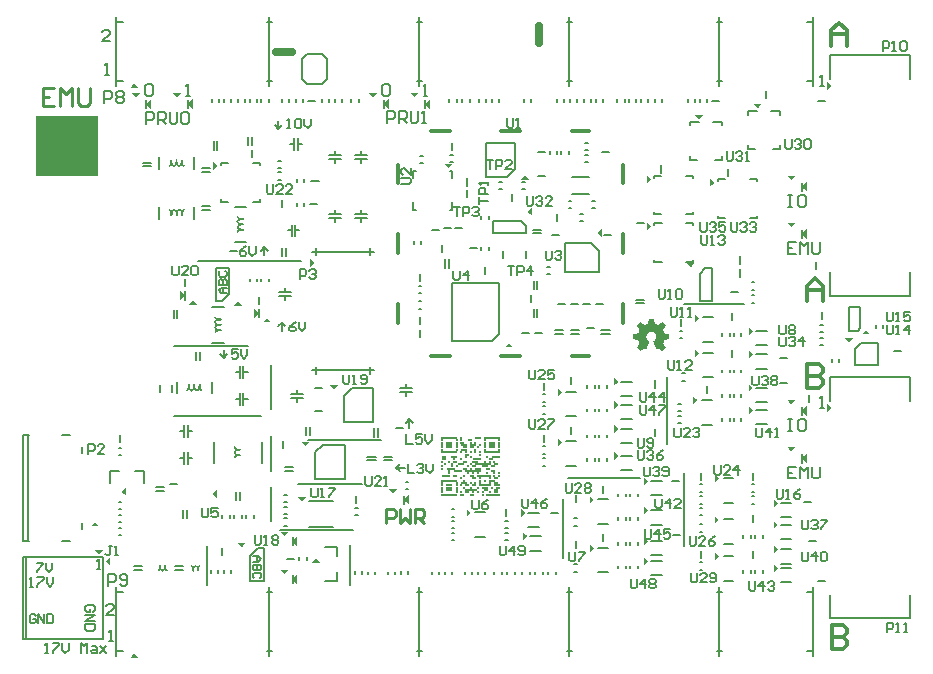
<source format=gbr>
%TF.GenerationSoftware,Altium Limited,Altium Designer,25.3.3 (18)*%
G04 Layer_Color=65535*
%FSLAX45Y45*%
%MOMM*%
%TF.SameCoordinates,3F5801E6-D28E-45E5-A6F2-2741A7385EEC*%
%TF.FilePolarity,Positive*%
%TF.FileFunction,Legend,Top*%
%TF.Part,Single*%
G01*
G75*
%TA.AperFunction,NonConductor*%
%ADD71C,0.30000*%
%ADD94C,0.20000*%
%ADD95C,0.15000*%
%ADD108C,0.70000*%
%ADD109C,0.25000*%
%ADD110R,1.40000X0.14996*%
%ADD111R,0.40000X0.14996*%
%ADD112R,0.20000X0.14996*%
%ADD113R,1.20000X0.14996*%
%ADD114R,0.60000X0.14996*%
%ADD115R,1.00000X0.14996*%
%ADD116R,0.80000X0.14996*%
%ADD117R,0.40000X0.15001*%
%ADD118R,0.60000X0.15001*%
%ADD119R,0.20000X0.15001*%
%ADD120R,1.40000X0.15001*%
G36*
X2064158Y4836500D02*
X1999843D01*
X2032000Y4876500D01*
X2064158Y4836500D01*
D02*
G37*
G36*
X7938589Y4855000D02*
X7900000Y4822843D01*
Y4887157D01*
X7938589Y4855000D01*
D02*
G37*
G36*
X4403921Y4755706D02*
X4371764Y4794294D01*
X4436079D01*
X4403921Y4755706D01*
D02*
G37*
G36*
X4053921D02*
X4021764Y4794294D01*
X4086078D01*
X4053921Y4755706D01*
D02*
G37*
G36*
X2393921D02*
X2361763Y4794294D01*
X2426078D01*
X2393921Y4755706D01*
D02*
G37*
G36*
X2043921D02*
X2011764Y4794294D01*
X2076078D01*
X2043921Y4755706D01*
D02*
G37*
G36*
X7308919Y4660706D02*
X7276762Y4699295D01*
X7341077D01*
X7308919Y4660706D01*
D02*
G37*
G36*
X4535000Y4660000D02*
X4490000Y4700000D01*
X4535000Y4740000D01*
Y4660000D01*
D02*
G37*
G36*
X4185000D02*
X4140000Y4700000D01*
X4185000Y4740000D01*
Y4660000D01*
D02*
G37*
G36*
X2525000D02*
X2480000Y4700000D01*
X2525000Y4740000D01*
Y4660000D01*
D02*
G37*
G36*
X2175000D02*
X2130000Y4700000D01*
X2175000Y4740000D01*
Y4660000D01*
D02*
G37*
G36*
X6813921Y4570706D02*
X6781764Y4609295D01*
X6846079D01*
X6813921Y4570706D01*
D02*
G37*
G36*
X4690001Y4156411D02*
X4657843Y4195000D01*
X4722158D01*
X4690001Y4156411D01*
D02*
G37*
G36*
X2738588Y4175000D02*
X2700000Y4142843D01*
Y4207157D01*
X2738588Y4175000D01*
D02*
G37*
G36*
X5371079Y4060706D02*
X5306764D01*
X5338922Y4099294D01*
X5371079Y4060706D01*
D02*
G37*
G36*
X7593921Y4055706D02*
X7561764Y4094294D01*
X7626078D01*
X7593921Y4055706D01*
D02*
G37*
G36*
X6406589Y4065000D02*
X6368000Y4032843D01*
Y4097157D01*
X6406589Y4065000D01*
D02*
G37*
G36*
X6946589Y4035000D02*
X6908000Y4002843D01*
Y4067157D01*
X6946589Y4035000D01*
D02*
G37*
G36*
X7725000Y3960000D02*
X7680000Y4000000D01*
X7725000Y4040000D01*
Y3960000D01*
D02*
G37*
G36*
X5394295Y3756764D02*
X5355706Y3788921D01*
X5394295Y3821079D01*
Y3756764D01*
D02*
G37*
G36*
X7593921Y3655706D02*
X7561764Y3694294D01*
X7626078D01*
X7593921Y3655706D01*
D02*
G37*
G36*
X6408589Y3665000D02*
X6370000Y3632843D01*
Y3697157D01*
X6408589Y3665000D01*
D02*
G37*
G36*
X5989295Y3576764D02*
X5950706Y3608921D01*
X5989295Y3641079D01*
Y3576764D01*
D02*
G37*
G36*
X7725000Y3560000D02*
X7680000Y3600000D01*
X7725000Y3640000D01*
Y3560000D01*
D02*
G37*
G36*
X3560000Y3351921D02*
X3520000Y3319763D01*
Y3384078D01*
X3560000Y3351921D01*
D02*
G37*
G36*
X6741079Y3315705D02*
X6708921Y3354294D01*
X6773236D01*
X6741079Y3315705D01*
D02*
G37*
G36*
X2460000Y3080000D02*
X2418000Y3040000D01*
Y3120000D01*
X2460000Y3080000D01*
D02*
G37*
G36*
X2558236Y3000706D02*
X2493922D01*
X2526079Y3039295D01*
X2558236Y3000706D01*
D02*
G37*
G36*
X2942158Y2990001D02*
X2877843D01*
X2910000Y3028589D01*
X2942158Y2990001D01*
D02*
G37*
G36*
X3090000Y2930000D02*
X3048000Y2890000D01*
Y2970000D01*
X3090000Y2930000D01*
D02*
G37*
G36*
X6814295Y2891079D02*
X6775706Y2858921D01*
Y2923236D01*
X6814295Y2891079D01*
D02*
G37*
G36*
X3188236Y2850706D02*
X3123922D01*
X3156079Y2889295D01*
X3188236Y2850706D01*
D02*
G37*
G36*
X6429207Y2882083D02*
X6430232D01*
Y2881571D01*
Y2881058D01*
Y2880545D01*
X6430745D01*
Y2880032D01*
Y2879519D01*
Y2879006D01*
Y2878493D01*
Y2877980D01*
X6431258D01*
Y2877467D01*
Y2876954D01*
Y2876441D01*
Y2875928D01*
Y2875415D01*
Y2874902D01*
X6431771D01*
Y2874389D01*
Y2873876D01*
Y2873363D01*
Y2872850D01*
Y2872337D01*
X6432284D01*
Y2871825D01*
Y2871311D01*
Y2870798D01*
Y2870286D01*
Y2869773D01*
X6432797D01*
Y2869259D01*
Y2868747D01*
Y2868234D01*
Y2867721D01*
Y2867208D01*
Y2866695D01*
X6433310D01*
Y2866182D01*
Y2865669D01*
Y2865156D01*
Y2864643D01*
Y2864130D01*
X6433823D01*
Y2863617D01*
Y2863104D01*
Y2862591D01*
Y2862078D01*
Y2861565D01*
X6434336D01*
Y2861052D01*
Y2860539D01*
Y2860026D01*
Y2859513D01*
Y2859001D01*
Y2858488D01*
X6434849D01*
Y2857975D01*
Y2857462D01*
Y2856949D01*
Y2856436D01*
Y2855923D01*
X6435362D01*
Y2855410D01*
Y2854897D01*
Y2854384D01*
Y2853871D01*
Y2853358D01*
Y2852845D01*
X6435875D01*
Y2852332D01*
Y2851819D01*
Y2851306D01*
Y2850793D01*
Y2850280D01*
X6436388D01*
Y2849767D01*
Y2849254D01*
Y2848742D01*
Y2848228D01*
Y2847715D01*
X6436901D01*
Y2847203D01*
Y2846690D01*
Y2846176D01*
Y2845664D01*
Y2845151D01*
Y2844638D01*
X6437414D01*
Y2844125D01*
Y2843612D01*
Y2843099D01*
Y2842586D01*
Y2842073D01*
X6437926D01*
Y2841560D01*
Y2841047D01*
X6438440D01*
Y2840534D01*
X6439465D01*
Y2840021D01*
X6440492D01*
Y2839508D01*
X6442030D01*
Y2838995D01*
X6443056D01*
Y2838482D01*
X6444595D01*
Y2837969D01*
X6445621D01*
Y2837456D01*
X6446647D01*
Y2836943D01*
X6448186D01*
Y2836430D01*
X6449212D01*
Y2835918D01*
X6450751D01*
Y2835405D01*
X6451777D01*
Y2834891D01*
X6453315D01*
Y2834379D01*
X6454341D01*
Y2833866D01*
X6455880D01*
Y2833353D01*
X6456906D01*
Y2832840D01*
X6457932D01*
Y2832327D01*
X6459471D01*
Y2831814D01*
X6460497D01*
Y2831301D01*
X6462036D01*
Y2830788D01*
X6463062D01*
Y2830275D01*
X6464600D01*
Y2829762D01*
X6465626D01*
Y2829249D01*
X6467165D01*
Y2829762D01*
X6468191D01*
Y2830275D01*
X6468704D01*
Y2830788D01*
X6469730D01*
Y2831301D01*
X6470243D01*
Y2831814D01*
X6470756D01*
Y2832327D01*
X6471782D01*
Y2832840D01*
X6472295D01*
Y2833353D01*
X6473321D01*
Y2833866D01*
X6473834D01*
Y2834379D01*
X6474860D01*
Y2834891D01*
X6475373D01*
Y2835405D01*
X6476398D01*
Y2835918D01*
X6476911D01*
Y2836430D01*
X6477937D01*
Y2836943D01*
X6478450D01*
Y2837456D01*
X6478963D01*
Y2837969D01*
X6479989D01*
Y2838482D01*
X6480502D01*
Y2838995D01*
X6481528D01*
Y2839508D01*
X6482041D01*
Y2840021D01*
X6483067D01*
Y2840534D01*
X6483580D01*
Y2841047D01*
X6484606D01*
Y2841560D01*
X6485119D01*
Y2842073D01*
X6486145D01*
Y2842586D01*
X6486658D01*
Y2843099D01*
X6487170D01*
Y2843612D01*
X6488197D01*
Y2844125D01*
X6488709D01*
Y2844638D01*
X6489735D01*
Y2845151D01*
X6490248D01*
Y2845664D01*
X6491274D01*
Y2846176D01*
X6491787D01*
Y2846690D01*
X6492813D01*
Y2847203D01*
X6493326D01*
Y2847715D01*
X6494352D01*
Y2848228D01*
X6494865D01*
Y2848742D01*
X6495891D01*
Y2849254D01*
X6496404D01*
Y2849767D01*
X6496917D01*
Y2850280D01*
X6497943D01*
Y2850793D01*
X6498455D01*
Y2851306D01*
X6499482D01*
Y2851819D01*
X6499994D01*
Y2852332D01*
X6502559D01*
Y2851819D01*
X6503072D01*
Y2851306D01*
X6503585D01*
Y2850793D01*
X6504098D01*
Y2850280D01*
X6504611D01*
Y2849767D01*
X6505124D01*
Y2849254D01*
X6505637D01*
Y2848742D01*
X6506150D01*
Y2848228D01*
X6506663D01*
Y2847715D01*
X6507176D01*
Y2847203D01*
X6507689D01*
Y2846690D01*
X6508202D01*
Y2846176D01*
X6508715D01*
Y2845664D01*
X6509228D01*
Y2845151D01*
X6509741D01*
Y2844638D01*
X6510253D01*
Y2844125D01*
X6510766D01*
Y2843612D01*
X6511280D01*
Y2843099D01*
X6511792D01*
Y2842586D01*
X6512305D01*
Y2842073D01*
X6512819D01*
Y2841560D01*
X6513331D01*
Y2841047D01*
X6513844D01*
Y2840534D01*
X6514357D01*
Y2840021D01*
X6514870D01*
Y2839508D01*
X6515383D01*
Y2838995D01*
X6515896D01*
Y2838482D01*
X6516409D01*
Y2837969D01*
X6516922D01*
Y2837456D01*
X6517435D01*
Y2836943D01*
X6517948D01*
Y2836430D01*
X6518461D01*
Y2835918D01*
X6518974D01*
Y2835405D01*
X6519487D01*
Y2834891D01*
X6520000D01*
Y2834379D01*
X6520513D01*
Y2833866D01*
X6521026D01*
Y2833353D01*
X6521538D01*
Y2832840D01*
X6522052D01*
Y2832327D01*
X6522565D01*
Y2831814D01*
X6523077D01*
Y2831301D01*
X6523590D01*
Y2830788D01*
X6524103D01*
Y2830275D01*
X6524616D01*
Y2829762D01*
X6525129D01*
Y2829249D01*
X6525642D01*
Y2828736D01*
X6526155D01*
Y2828223D01*
X6526668D01*
Y2827710D01*
X6527181D01*
Y2827197D01*
X6527694D01*
Y2826684D01*
X6528207D01*
Y2826171D01*
X6528720D01*
Y2825658D01*
X6529233D01*
Y2825145D01*
X6529746D01*
Y2824632D01*
X6530259D01*
Y2824120D01*
X6530772D01*
Y2823607D01*
Y2823093D01*
Y2822581D01*
Y2822068D01*
Y2821554D01*
X6530259D01*
Y2821042D01*
X6529746D01*
Y2820529D01*
Y2820016D01*
X6529233D01*
Y2819503D01*
X6528720D01*
Y2818990D01*
Y2818477D01*
X6528207D01*
Y2817964D01*
X6527694D01*
Y2817451D01*
Y2816938D01*
X6527181D01*
Y2816425D01*
X6526668D01*
Y2815912D01*
X6526155D01*
Y2815399D01*
Y2814886D01*
X6525642D01*
Y2814373D01*
X6525129D01*
Y2813860D01*
Y2813347D01*
X6524616D01*
Y2812835D01*
X6524103D01*
Y2812321D01*
Y2811808D01*
X6523590D01*
Y2811296D01*
X6523077D01*
Y2810783D01*
Y2810270D01*
X6522565D01*
Y2809757D01*
X6522052D01*
Y2809244D01*
Y2808731D01*
X6521538D01*
Y2808218D01*
X6521026D01*
Y2807705D01*
X6520513D01*
Y2807192D01*
Y2806679D01*
X6520000D01*
Y2806166D01*
X6519487D01*
Y2805653D01*
Y2805140D01*
X6518974D01*
Y2804627D01*
X6518461D01*
Y2804114D01*
Y2803601D01*
X6517948D01*
Y2803088D01*
X6517435D01*
Y2802575D01*
Y2802062D01*
X6516922D01*
Y2801549D01*
X6516409D01*
Y2801037D01*
Y2800523D01*
X6515896D01*
Y2800010D01*
X6515383D01*
Y2799498D01*
X6514870D01*
Y2798985D01*
Y2798471D01*
X6514357D01*
Y2797959D01*
X6513844D01*
Y2797446D01*
Y2796933D01*
X6513331D01*
Y2796420D01*
X6512819D01*
Y2795907D01*
Y2795394D01*
X6512305D01*
Y2794881D01*
X6511792D01*
Y2794368D01*
Y2793855D01*
X6511280D01*
Y2793342D01*
X6510766D01*
Y2792829D01*
Y2792316D01*
X6510253D01*
Y2791803D01*
X6509741D01*
Y2791290D01*
Y2790777D01*
X6509228D01*
Y2790264D01*
X6508715D01*
Y2789752D01*
Y2789238D01*
X6508202D01*
Y2788725D01*
Y2788213D01*
Y2787700D01*
X6508715D01*
Y2787186D01*
Y2786674D01*
Y2786161D01*
X6509228D01*
Y2785648D01*
Y2785135D01*
X6509741D01*
Y2784622D01*
Y2784109D01*
X6510253D01*
Y2783596D01*
Y2783083D01*
Y2782570D01*
X6510766D01*
Y2782057D01*
Y2781544D01*
X6511280D01*
Y2781031D01*
Y2780518D01*
X6511792D01*
Y2780005D01*
Y2779492D01*
Y2778979D01*
X6512305D01*
Y2778466D01*
Y2777953D01*
X6512819D01*
Y2777440D01*
Y2776927D01*
X6513331D01*
Y2776415D01*
Y2775902D01*
Y2775388D01*
X6513844D01*
Y2774876D01*
Y2774363D01*
X6514357D01*
Y2773850D01*
Y2773337D01*
X6514870D01*
Y2772824D01*
Y2772311D01*
Y2771798D01*
X6515383D01*
Y2771285D01*
Y2770772D01*
X6515896D01*
Y2770259D01*
Y2769746D01*
X6516409D01*
Y2769233D01*
Y2768720D01*
Y2768207D01*
X6516922D01*
Y2767694D01*
Y2767181D01*
X6517435D01*
Y2766669D01*
Y2766155D01*
X6517948D01*
Y2765642D01*
Y2765130D01*
Y2764616D01*
X6518461D01*
Y2764103D01*
Y2763591D01*
X6518974D01*
Y2763078D01*
Y2762565D01*
X6519487D01*
Y2762052D01*
Y2761539D01*
Y2761026D01*
X6520000D01*
Y2760513D01*
Y2760000D01*
X6520513D01*
Y2759487D01*
X6521538D01*
Y2758974D01*
X6523077D01*
Y2758461D01*
X6526155D01*
Y2757948D01*
X6528720D01*
Y2757435D01*
X6531285D01*
Y2756922D01*
X6534363D01*
Y2756409D01*
X6536927D01*
Y2755896D01*
X6540005D01*
Y2755383D01*
X6542570D01*
Y2754870D01*
X6545135D01*
Y2754357D01*
X6548212D01*
Y2753844D01*
X6550777D01*
Y2753332D01*
X6553342D01*
Y2752818D01*
X6556420D01*
Y2752305D01*
X6558985D01*
Y2751793D01*
X6560523D01*
Y2751280D01*
Y2750767D01*
X6561036D01*
Y2750254D01*
Y2749741D01*
Y2749228D01*
Y2748715D01*
Y2748202D01*
Y2747689D01*
Y2747176D01*
Y2746663D01*
Y2746150D01*
Y2745637D01*
Y2745124D01*
Y2744611D01*
Y2744098D01*
Y2743585D01*
Y2743072D01*
Y2742559D01*
Y2742047D01*
Y2741533D01*
Y2741020D01*
Y2740508D01*
Y2739995D01*
Y2739481D01*
Y2738969D01*
Y2738456D01*
Y2737943D01*
Y2737430D01*
Y2736917D01*
Y2736404D01*
Y2735891D01*
Y2735378D01*
Y2734865D01*
Y2734352D01*
Y2733839D01*
Y2733326D01*
Y2732813D01*
Y2732300D01*
Y2731787D01*
Y2731274D01*
Y2730761D01*
Y2730248D01*
Y2729735D01*
Y2729222D01*
Y2728710D01*
Y2728197D01*
Y2727684D01*
Y2727171D01*
Y2726658D01*
Y2726145D01*
Y2725632D01*
Y2725119D01*
Y2724606D01*
Y2724093D01*
Y2723580D01*
Y2723067D01*
Y2722554D01*
Y2722041D01*
Y2721528D01*
Y2721015D01*
Y2720502D01*
Y2719989D01*
Y2719476D01*
Y2718963D01*
Y2718450D01*
Y2717937D01*
Y2717425D01*
Y2716912D01*
Y2716398D01*
Y2715886D01*
Y2715373D01*
Y2714860D01*
Y2714347D01*
Y2713834D01*
Y2713321D01*
Y2712808D01*
Y2712295D01*
Y2711782D01*
Y2711269D01*
Y2710756D01*
Y2710243D01*
X6560523D01*
Y2709730D01*
X6560010D01*
Y2709217D01*
X6558472D01*
Y2708704D01*
X6555907D01*
Y2708191D01*
X6552829D01*
Y2707678D01*
X6550264D01*
Y2707165D01*
X6547187D01*
Y2706652D01*
X6544621D01*
Y2706140D01*
X6542057D01*
Y2705627D01*
X6538979D01*
Y2705113D01*
X6536414D01*
Y2704601D01*
X6533850D01*
Y2704088D01*
X6530772D01*
Y2703575D01*
X6528207D01*
Y2703062D01*
X6525129D01*
Y2702549D01*
X6522565D01*
Y2702036D01*
X6522052D01*
Y2701523D01*
X6521538D01*
Y2701010D01*
X6521026D01*
Y2700497D01*
Y2699984D01*
X6520513D01*
Y2699471D01*
Y2698958D01*
X6520000D01*
Y2698445D01*
Y2697932D01*
Y2697419D01*
X6519487D01*
Y2696906D01*
Y2696393D01*
X6518974D01*
Y2695880D01*
Y2695367D01*
Y2694854D01*
X6518461D01*
Y2694342D01*
Y2693828D01*
X6517948D01*
Y2693315D01*
Y2692803D01*
Y2692290D01*
X6517435D01*
Y2691776D01*
Y2691264D01*
X6516922D01*
Y2690751D01*
Y2690238D01*
Y2689725D01*
X6516409D01*
Y2689212D01*
Y2688699D01*
X6515896D01*
Y2688186D01*
Y2687673D01*
Y2687160D01*
X6515383D01*
Y2686647D01*
Y2686134D01*
X6514870D01*
Y2685621D01*
Y2685108D01*
Y2684595D01*
X6514357D01*
Y2684082D01*
Y2683569D01*
X6513844D01*
Y2683057D01*
Y2682543D01*
Y2682030D01*
X6513331D01*
Y2681518D01*
Y2681005D01*
X6512819D01*
Y2680492D01*
Y2679979D01*
Y2679466D01*
X6512305D01*
Y2678953D01*
Y2678440D01*
X6511792D01*
Y2677927D01*
Y2677414D01*
Y2676901D01*
X6511280D01*
Y2676388D01*
Y2675875D01*
X6510766D01*
Y2675362D01*
Y2674849D01*
Y2674336D01*
X6510253D01*
Y2673823D01*
Y2673310D01*
X6509741D01*
Y2672797D01*
Y2672284D01*
Y2671771D01*
X6509228D01*
Y2671258D01*
Y2670745D01*
Y2670232D01*
X6509741D01*
Y2669720D01*
Y2669207D01*
X6510253D01*
Y2668693D01*
X6510766D01*
Y2668181D01*
Y2667668D01*
X6511280D01*
Y2667155D01*
X6511792D01*
Y2666642D01*
Y2666129D01*
X6512305D01*
Y2665616D01*
X6512819D01*
Y2665103D01*
X6513331D01*
Y2664590D01*
Y2664077D01*
X6513844D01*
Y2663564D01*
X6514357D01*
Y2663051D01*
Y2662538D01*
X6514870D01*
Y2662025D01*
X6515383D01*
Y2661512D01*
Y2660999D01*
X6515896D01*
Y2660486D01*
X6516409D01*
Y2659974D01*
Y2659460D01*
X6516922D01*
Y2658947D01*
X6517435D01*
Y2658435D01*
Y2657922D01*
X6517948D01*
Y2657408D01*
X6518461D01*
Y2656896D01*
X6518974D01*
Y2656383D01*
Y2655870D01*
X6519487D01*
Y2655357D01*
X6520000D01*
Y2654844D01*
Y2654331D01*
X6520513D01*
Y2653818D01*
X6521026D01*
Y2653305D01*
Y2652792D01*
X6521538D01*
Y2652279D01*
X6522052D01*
Y2651766D01*
Y2651253D01*
X6522565D01*
Y2650740D01*
X6523077D01*
Y2650227D01*
Y2649714D01*
X6523590D01*
Y2649201D01*
X6524103D01*
Y2648688D01*
Y2648175D01*
X6524616D01*
Y2647662D01*
X6525129D01*
Y2647149D01*
X6525642D01*
Y2646637D01*
Y2646123D01*
X6526155D01*
Y2645610D01*
X6526668D01*
Y2645098D01*
Y2644585D01*
X6527181D01*
Y2644072D01*
X6527694D01*
Y2643559D01*
Y2643046D01*
X6528207D01*
Y2642533D01*
X6528720D01*
Y2642020D01*
Y2641507D01*
X6529233D01*
Y2640994D01*
X6529746D01*
Y2640481D01*
Y2639968D01*
X6530259D01*
Y2639455D01*
X6530772D01*
Y2638942D01*
Y2638429D01*
Y2637916D01*
Y2637403D01*
Y2636890D01*
X6530259D01*
Y2636377D01*
X6529746D01*
Y2635864D01*
X6529233D01*
Y2635352D01*
X6528720D01*
Y2634838D01*
X6528207D01*
Y2634325D01*
X6527694D01*
Y2633813D01*
X6527181D01*
Y2633300D01*
X6526668D01*
Y2632786D01*
X6526155D01*
Y2632274D01*
X6525642D01*
Y2631761D01*
X6525129D01*
Y2631248D01*
X6524616D01*
Y2630735D01*
X6524103D01*
Y2630222D01*
X6523590D01*
Y2629709D01*
X6523077D01*
Y2629196D01*
X6522565D01*
Y2628683D01*
X6522052D01*
Y2628170D01*
X6521538D01*
Y2627657D01*
X6521026D01*
Y2627144D01*
X6520513D01*
Y2626631D01*
X6520000D01*
Y2626118D01*
X6519487D01*
Y2625605D01*
X6518974D01*
Y2625092D01*
X6518461D01*
Y2624579D01*
X6517948D01*
Y2624066D01*
X6517435D01*
Y2623553D01*
X6516922D01*
Y2623040D01*
X6516409D01*
Y2622527D01*
X6515896D01*
Y2622015D01*
X6515383D01*
Y2621502D01*
X6514870D01*
Y2620989D01*
X6514357D01*
Y2620476D01*
X6513844D01*
Y2619963D01*
X6513331D01*
Y2619450D01*
X6512819D01*
Y2618937D01*
X6512305D01*
Y2618424D01*
X6511792D01*
Y2617911D01*
X6511280D01*
Y2617398D01*
X6510766D01*
Y2616885D01*
X6510253D01*
Y2616372D01*
X6509741D01*
Y2615859D01*
X6509228D01*
Y2615346D01*
X6508715D01*
Y2614833D01*
X6508202D01*
Y2614320D01*
X6507689D01*
Y2613807D01*
X6507176D01*
Y2613294D01*
X6506663D01*
Y2612781D01*
X6506150D01*
Y2612269D01*
X6505637D01*
Y2611755D01*
X6505124D01*
Y2611242D01*
X6504611D01*
Y2610730D01*
X6504098D01*
Y2610217D01*
X6503585D01*
Y2609703D01*
X6503072D01*
Y2609191D01*
X6502046D01*
Y2608678D01*
X6500507D01*
Y2609191D01*
X6499482D01*
Y2609703D01*
X6498968D01*
Y2610217D01*
X6497943D01*
Y2610730D01*
X6497430D01*
Y2611242D01*
X6496404D01*
Y2611755D01*
X6495891D01*
Y2612269D01*
X6494865D01*
Y2612781D01*
X6494352D01*
Y2613294D01*
X6493326D01*
Y2613807D01*
X6492813D01*
Y2614320D01*
X6492300D01*
Y2614833D01*
X6491274D01*
Y2615346D01*
X6490761D01*
Y2615859D01*
X6489735D01*
Y2616372D01*
X6489222D01*
Y2616885D01*
X6488197D01*
Y2617398D01*
X6487683D01*
Y2617911D01*
X6486658D01*
Y2618424D01*
X6486145D01*
Y2618937D01*
X6485119D01*
Y2619450D01*
X6484606D01*
Y2619963D01*
X6484093D01*
Y2620476D01*
X6483067D01*
Y2620989D01*
X6482554D01*
Y2621502D01*
X6481528D01*
Y2622015D01*
X6481015D01*
Y2622527D01*
X6479989D01*
Y2623040D01*
X6479476D01*
Y2623553D01*
X6478450D01*
Y2624066D01*
X6477937D01*
Y2624579D01*
X6476911D01*
Y2625092D01*
X6476398D01*
Y2625605D01*
X6475885D01*
Y2626118D01*
X6474860D01*
Y2626631D01*
X6474347D01*
Y2627144D01*
X6473321D01*
Y2627657D01*
X6472808D01*
Y2628170D01*
X6471782D01*
Y2628683D01*
X6471269D01*
Y2629196D01*
X6470243D01*
Y2629709D01*
X6467678D01*
Y2629196D01*
X6466652D01*
Y2628683D01*
X6466139D01*
Y2628170D01*
X6465114D01*
Y2627657D01*
X6464087D01*
Y2627144D01*
X6463062D01*
Y2626631D01*
X6462036D01*
Y2626118D01*
X6461010D01*
Y2625605D01*
X6459984D01*
Y2625092D01*
X6458958D01*
Y2624579D01*
X6458445D01*
Y2624066D01*
X6457419D01*
Y2623553D01*
X6456393D01*
Y2623040D01*
X6455367D01*
Y2622527D01*
X6452802D01*
Y2623040D01*
X6452290D01*
Y2623553D01*
Y2624066D01*
X6451777D01*
Y2624579D01*
Y2625092D01*
Y2625605D01*
X6451263D01*
Y2626118D01*
Y2626631D01*
X6450751D01*
Y2627144D01*
Y2627657D01*
X6450238D01*
Y2628170D01*
Y2628683D01*
Y2629196D01*
X6449725D01*
Y2629709D01*
Y2630222D01*
X6449212D01*
Y2630735D01*
Y2631248D01*
Y2631761D01*
X6448699D01*
Y2632274D01*
Y2632786D01*
X6448186D01*
Y2633300D01*
Y2633813D01*
Y2634325D01*
X6447673D01*
Y2634838D01*
Y2635352D01*
X6447160D01*
Y2635864D01*
Y2636377D01*
X6446647D01*
Y2636890D01*
Y2637403D01*
Y2637916D01*
X6446134D01*
Y2638429D01*
Y2638942D01*
X6445621D01*
Y2639455D01*
Y2639968D01*
Y2640481D01*
X6445108D01*
Y2640994D01*
Y2641507D01*
X6444595D01*
Y2642020D01*
Y2642533D01*
X6444082D01*
Y2643046D01*
Y2643559D01*
Y2644072D01*
X6443569D01*
Y2644585D01*
Y2645098D01*
X6443056D01*
Y2645610D01*
Y2646123D01*
Y2646637D01*
X6442543D01*
Y2647149D01*
Y2647662D01*
X6442030D01*
Y2648175D01*
Y2648688D01*
Y2649201D01*
X6441517D01*
Y2649714D01*
Y2650227D01*
X6441004D01*
Y2650740D01*
Y2651253D01*
X6440492D01*
Y2651766D01*
Y2652279D01*
Y2652792D01*
X6439979D01*
Y2653305D01*
Y2653818D01*
X6439465D01*
Y2654331D01*
Y2654844D01*
Y2655357D01*
X6438953D01*
Y2655870D01*
Y2656383D01*
X6438440D01*
Y2656896D01*
Y2657408D01*
X6437926D01*
Y2657922D01*
Y2658435D01*
Y2658947D01*
X6437414D01*
Y2659460D01*
Y2659974D01*
X6436901D01*
Y2660486D01*
Y2660999D01*
Y2661512D01*
X6436388D01*
Y2662025D01*
Y2662538D01*
X6435875D01*
Y2663051D01*
Y2663564D01*
Y2664077D01*
X6435362D01*
Y2664590D01*
Y2665103D01*
X6434849D01*
Y2665616D01*
Y2666129D01*
X6434336D01*
Y2666642D01*
Y2667155D01*
Y2667668D01*
X6433823D01*
Y2668181D01*
Y2668693D01*
X6433310D01*
Y2669207D01*
Y2669720D01*
Y2670232D01*
X6432797D01*
Y2670745D01*
Y2671258D01*
X6432284D01*
Y2671771D01*
Y2672284D01*
X6431771D01*
Y2672797D01*
Y2673310D01*
Y2673823D01*
X6431258D01*
Y2674336D01*
Y2674849D01*
X6430745D01*
Y2675362D01*
Y2675875D01*
Y2676388D01*
X6430232D01*
Y2676901D01*
Y2677414D01*
X6429719D01*
Y2677927D01*
Y2678440D01*
Y2678953D01*
X6429207D01*
Y2679466D01*
Y2679979D01*
X6428693D01*
Y2680492D01*
Y2681005D01*
X6428180D01*
Y2681518D01*
Y2682030D01*
Y2682543D01*
X6427668D01*
Y2683057D01*
Y2683569D01*
X6427155D01*
Y2684082D01*
Y2684595D01*
Y2685108D01*
X6426642D01*
Y2685621D01*
Y2686134D01*
X6426129D01*
Y2686647D01*
Y2687160D01*
X6425616D01*
Y2687673D01*
Y2688186D01*
Y2688699D01*
X6425103D01*
Y2689212D01*
Y2689725D01*
X6425616D01*
Y2690238D01*
Y2690751D01*
X6426129D01*
Y2691264D01*
X6426642D01*
Y2691776D01*
X6427668D01*
Y2692290D01*
X6428180D01*
Y2692803D01*
X6429207D01*
Y2693315D01*
X6429719D01*
Y2693828D01*
X6430745D01*
Y2694342D01*
X6431258D01*
Y2694854D01*
X6431771D01*
Y2695367D01*
X6432797D01*
Y2695880D01*
X6433310D01*
Y2696393D01*
X6434336D01*
Y2696906D01*
X6434849D01*
Y2697419D01*
X6435362D01*
Y2697932D01*
X6435875D01*
Y2698445D01*
X6436901D01*
Y2698958D01*
X6437414D01*
Y2699471D01*
X6437926D01*
Y2699984D01*
X6438440D01*
Y2700497D01*
X6438953D01*
Y2701010D01*
X6439465D01*
Y2701523D01*
X6439979D01*
Y2702036D01*
X6440492D01*
Y2702549D01*
X6441004D01*
Y2703062D01*
Y2703575D01*
X6441517D01*
Y2704088D01*
X6442030D01*
Y2704601D01*
X6442543D01*
Y2705113D01*
X6443056D01*
Y2705627D01*
Y2706140D01*
X6443569D01*
Y2706652D01*
X6444082D01*
Y2707165D01*
Y2707678D01*
X6444595D01*
Y2708191D01*
X6445108D01*
Y2708704D01*
Y2709217D01*
X6445621D01*
Y2709730D01*
Y2710243D01*
X6446134D01*
Y2710756D01*
Y2711269D01*
X6446647D01*
Y2711782D01*
Y2712295D01*
X6447160D01*
Y2712808D01*
Y2713321D01*
X6447673D01*
Y2713834D01*
Y2714347D01*
X6448186D01*
Y2714860D01*
Y2715373D01*
X6448699D01*
Y2715886D01*
Y2716398D01*
Y2716912D01*
X6449212D01*
Y2717425D01*
Y2717937D01*
Y2718450D01*
X6449725D01*
Y2718963D01*
Y2719476D01*
Y2719989D01*
Y2720502D01*
X6450238D01*
Y2721015D01*
Y2721528D01*
Y2722041D01*
Y2722554D01*
Y2723067D01*
X6450751D01*
Y2723580D01*
Y2724093D01*
Y2724606D01*
Y2725119D01*
Y2725632D01*
Y2726145D01*
Y2726658D01*
X6451263D01*
Y2727171D01*
Y2727684D01*
Y2728197D01*
Y2728710D01*
Y2729222D01*
Y2729735D01*
Y2730248D01*
Y2730761D01*
Y2731274D01*
Y2731787D01*
Y2732300D01*
Y2732813D01*
Y2733326D01*
Y2733839D01*
X6450751D01*
Y2734352D01*
Y2734865D01*
Y2735378D01*
Y2735891D01*
Y2736404D01*
Y2736917D01*
Y2737430D01*
X6450238D01*
Y2737943D01*
Y2738456D01*
Y2738969D01*
Y2739481D01*
Y2739995D01*
X6449725D01*
Y2740508D01*
Y2741020D01*
Y2741533D01*
Y2742047D01*
X6449212D01*
Y2742559D01*
Y2743072D01*
Y2743585D01*
X6448699D01*
Y2744098D01*
Y2744611D01*
Y2745124D01*
X6448186D01*
Y2745637D01*
Y2746150D01*
X6447673D01*
Y2746663D01*
Y2747176D01*
Y2747689D01*
X6447160D01*
Y2748202D01*
Y2748715D01*
X6446647D01*
Y2749228D01*
Y2749741D01*
X6446134D01*
Y2750254D01*
Y2750767D01*
X6445621D01*
Y2751280D01*
X6445108D01*
Y2751793D01*
Y2752305D01*
X6444595D01*
Y2752818D01*
Y2753332D01*
X6444082D01*
Y2753844D01*
X6443569D01*
Y2754357D01*
Y2754870D01*
X6443056D01*
Y2755383D01*
X6442543D01*
Y2755896D01*
X6442030D01*
Y2756409D01*
Y2756922D01*
X6441517D01*
Y2757435D01*
X6441004D01*
Y2757948D01*
X6440492D01*
Y2758461D01*
X6439979D01*
Y2758974D01*
X6439465D01*
Y2759487D01*
X6438953D01*
Y2760000D01*
X6438440D01*
Y2760513D01*
X6437926D01*
Y2761026D01*
X6437414D01*
Y2761539D01*
X6436901D01*
Y2762052D01*
X6436388D01*
Y2762565D01*
X6435875D01*
Y2763078D01*
X6435362D01*
Y2763591D01*
X6434336D01*
Y2764103D01*
X6433823D01*
Y2764616D01*
X6432797D01*
Y2765130D01*
X6432284D01*
Y2765642D01*
X6431258D01*
Y2766155D01*
X6430745D01*
Y2766669D01*
X6429719D01*
Y2767181D01*
X6428693D01*
Y2767694D01*
X6427668D01*
Y2768207D01*
X6426642D01*
Y2768720D01*
X6425616D01*
Y2769233D01*
X6424590D01*
Y2769746D01*
X6423051D01*
Y2770259D01*
X6421512D01*
Y2770772D01*
X6419973D01*
Y2771285D01*
X6417921D01*
Y2771798D01*
X6414843D01*
Y2772311D01*
X6403046D01*
Y2771798D01*
X6399968D01*
Y2771285D01*
X6397916D01*
Y2770772D01*
X6396377D01*
Y2770259D01*
X6394838D01*
Y2769746D01*
X6393299D01*
Y2769233D01*
X6392274D01*
Y2768720D01*
X6391248D01*
Y2768207D01*
X6390222D01*
Y2767694D01*
X6389196D01*
Y2767181D01*
X6388170D01*
Y2766669D01*
X6387144D01*
Y2766155D01*
X6386631D01*
Y2765642D01*
X6385605D01*
Y2765130D01*
X6385092D01*
Y2764616D01*
X6384066D01*
Y2764103D01*
X6383553D01*
Y2763591D01*
X6383040D01*
Y2763078D01*
X6382527D01*
Y2762565D01*
X6381502D01*
Y2762052D01*
X6380988D01*
Y2761539D01*
X6380475D01*
Y2761026D01*
X6379963D01*
Y2760513D01*
X6379450D01*
Y2760000D01*
X6378937D01*
Y2759487D01*
X6378424D01*
Y2758974D01*
X6377911D01*
Y2758461D01*
X6377398D01*
Y2757948D01*
X6376885D01*
Y2757435D01*
X6376372D01*
Y2756922D01*
Y2756409D01*
X6375859D01*
Y2755896D01*
X6375346D01*
Y2755383D01*
X6374833D01*
Y2754870D01*
Y2754357D01*
X6374320D01*
Y2753844D01*
X6373807D01*
Y2753332D01*
Y2752818D01*
X6373294D01*
Y2752305D01*
X6372781D01*
Y2751793D01*
Y2751280D01*
X6372268D01*
Y2750767D01*
Y2750254D01*
X6371755D01*
Y2749741D01*
Y2749228D01*
X6371242D01*
Y2748715D01*
Y2748202D01*
X6370729D01*
Y2747689D01*
Y2747176D01*
X6370216D01*
Y2746663D01*
Y2746150D01*
X6369704D01*
Y2745637D01*
Y2745124D01*
Y2744611D01*
X6369190D01*
Y2744098D01*
Y2743585D01*
Y2743072D01*
X6368677D01*
Y2742559D01*
Y2742047D01*
Y2741533D01*
X6368165D01*
Y2741020D01*
Y2740508D01*
Y2739995D01*
Y2739481D01*
X6367652D01*
Y2738969D01*
Y2738456D01*
Y2737943D01*
Y2737430D01*
Y2736917D01*
X6367139D01*
Y2736404D01*
Y2735891D01*
Y2735378D01*
Y2734865D01*
Y2734352D01*
Y2733839D01*
Y2733326D01*
Y2732813D01*
Y2732300D01*
Y2731787D01*
X6366626D01*
Y2731274D01*
Y2730761D01*
Y2730248D01*
Y2729735D01*
Y2729222D01*
Y2728710D01*
X6367139D01*
Y2728197D01*
Y2727684D01*
Y2727171D01*
Y2726658D01*
Y2726145D01*
Y2725632D01*
Y2725119D01*
Y2724606D01*
Y2724093D01*
Y2723580D01*
X6367652D01*
Y2723067D01*
Y2722554D01*
Y2722041D01*
Y2721528D01*
Y2721015D01*
X6368165D01*
Y2720502D01*
Y2719989D01*
Y2719476D01*
Y2718963D01*
X6368677D01*
Y2718450D01*
Y2717937D01*
Y2717425D01*
X6369190D01*
Y2716912D01*
Y2716398D01*
Y2715886D01*
X6369704D01*
Y2715373D01*
Y2714860D01*
X6370216D01*
Y2714347D01*
Y2713834D01*
Y2713321D01*
X6370729D01*
Y2712808D01*
Y2712295D01*
X6371242D01*
Y2711782D01*
Y2711269D01*
X6371755D01*
Y2710756D01*
Y2710243D01*
X6372268D01*
Y2709730D01*
Y2709217D01*
X6372781D01*
Y2708704D01*
X6373294D01*
Y2708191D01*
Y2707678D01*
X6373807D01*
Y2707165D01*
X6374320D01*
Y2706652D01*
Y2706140D01*
X6374833D01*
Y2705627D01*
X6375346D01*
Y2705113D01*
Y2704601D01*
X6375859D01*
Y2704088D01*
X6376372D01*
Y2703575D01*
X6376885D01*
Y2703062D01*
X6377398D01*
Y2702549D01*
X6377911D01*
Y2702036D01*
Y2701523D01*
X6378424D01*
Y2701010D01*
X6378937D01*
Y2700497D01*
X6379450D01*
Y2699984D01*
X6379963D01*
Y2699471D01*
X6380988D01*
Y2698958D01*
X6381502D01*
Y2698445D01*
X6382014D01*
Y2697932D01*
X6382527D01*
Y2697419D01*
X6383040D01*
Y2696906D01*
X6384066D01*
Y2696393D01*
X6384579D01*
Y2695880D01*
X6385092D01*
Y2695367D01*
X6386118D01*
Y2694854D01*
X6386631D01*
Y2694342D01*
X6387144D01*
Y2693828D01*
X6388170D01*
Y2693315D01*
X6388683D01*
Y2692803D01*
X6389709D01*
Y2692290D01*
X6390735D01*
Y2691776D01*
X6391248D01*
Y2691264D01*
X6392274D01*
Y2690751D01*
Y2690238D01*
X6392787D01*
Y2689725D01*
Y2689212D01*
Y2688699D01*
Y2688186D01*
X6392274D01*
Y2687673D01*
Y2687160D01*
X6391760D01*
Y2686647D01*
Y2686134D01*
Y2685621D01*
X6391248D01*
Y2685108D01*
Y2684595D01*
X6390735D01*
Y2684082D01*
Y2683569D01*
X6390222D01*
Y2683057D01*
Y2682543D01*
Y2682030D01*
X6389709D01*
Y2681518D01*
Y2681005D01*
X6389196D01*
Y2680492D01*
Y2679979D01*
Y2679466D01*
X6388683D01*
Y2678953D01*
Y2678440D01*
X6388170D01*
Y2677927D01*
Y2677414D01*
X6387657D01*
Y2676901D01*
Y2676388D01*
Y2675875D01*
X6387144D01*
Y2675362D01*
Y2674849D01*
X6386631D01*
Y2674336D01*
Y2673823D01*
Y2673310D01*
X6386118D01*
Y2672797D01*
Y2672284D01*
X6385605D01*
Y2671771D01*
Y2671258D01*
Y2670745D01*
X6385092D01*
Y2670232D01*
Y2669720D01*
X6384579D01*
Y2669207D01*
Y2668693D01*
X6384066D01*
Y2668181D01*
Y2667668D01*
Y2667155D01*
X6383553D01*
Y2666642D01*
Y2666129D01*
X6383040D01*
Y2665616D01*
Y2665103D01*
Y2664590D01*
X6382527D01*
Y2664077D01*
Y2663564D01*
X6382014D01*
Y2663051D01*
Y2662538D01*
X6381502D01*
Y2662025D01*
Y2661512D01*
Y2660999D01*
X6380988D01*
Y2660486D01*
Y2659974D01*
X6380475D01*
Y2659460D01*
Y2658947D01*
Y2658435D01*
X6379963D01*
Y2657922D01*
Y2657408D01*
X6379450D01*
Y2656896D01*
Y2656383D01*
Y2655870D01*
X6378937D01*
Y2655357D01*
Y2654844D01*
X6378424D01*
Y2654331D01*
Y2653818D01*
X6377911D01*
Y2653305D01*
Y2652792D01*
Y2652279D01*
X6377398D01*
Y2651766D01*
Y2651253D01*
X6376885D01*
Y2650740D01*
Y2650227D01*
Y2649714D01*
X6376372D01*
Y2649201D01*
Y2648688D01*
X6375859D01*
Y2648175D01*
Y2647662D01*
X6375346D01*
Y2647149D01*
Y2646637D01*
Y2646123D01*
X6374833D01*
Y2645610D01*
Y2645098D01*
X6374320D01*
Y2644585D01*
Y2644072D01*
Y2643559D01*
X6373807D01*
Y2643046D01*
Y2642533D01*
X6373294D01*
Y2642020D01*
Y2641507D01*
Y2640994D01*
X6372781D01*
Y2640481D01*
Y2639968D01*
X6372268D01*
Y2639455D01*
Y2638942D01*
X6371755D01*
Y2638429D01*
Y2637916D01*
Y2637403D01*
X6371242D01*
Y2636890D01*
Y2636377D01*
X6370729D01*
Y2635864D01*
Y2635352D01*
Y2634838D01*
X6370216D01*
Y2634325D01*
Y2633813D01*
X6369704D01*
Y2633300D01*
Y2632786D01*
X6369190D01*
Y2632274D01*
Y2631761D01*
Y2631248D01*
X6368677D01*
Y2630735D01*
Y2630222D01*
X6368165D01*
Y2629709D01*
Y2629196D01*
Y2628683D01*
X6367652D01*
Y2628170D01*
Y2627657D01*
X6367139D01*
Y2627144D01*
Y2626631D01*
Y2626118D01*
X6366626D01*
Y2625605D01*
Y2625092D01*
X6366113D01*
Y2624579D01*
Y2624066D01*
X6365600D01*
Y2623553D01*
Y2623040D01*
X6365087D01*
Y2622527D01*
X6362522D01*
Y2623040D01*
X6361496D01*
Y2623553D01*
X6360983D01*
Y2624066D01*
X6359957D01*
Y2624579D01*
X6358931D01*
Y2625092D01*
X6357905D01*
Y2625605D01*
X6356880D01*
Y2626118D01*
X6355853D01*
Y2626631D01*
X6354828D01*
Y2627144D01*
X6353802D01*
Y2627657D01*
X6353289D01*
Y2628170D01*
X6352263D01*
Y2628683D01*
X6351237D01*
Y2629196D01*
X6350211D01*
Y2629709D01*
X6347646D01*
Y2629196D01*
X6346620D01*
Y2628683D01*
X6346107D01*
Y2628170D01*
X6345595D01*
Y2627657D01*
X6344569D01*
Y2627144D01*
X6344056D01*
Y2626631D01*
X6343030D01*
Y2626118D01*
X6342517D01*
Y2625605D01*
X6341491D01*
Y2625092D01*
X6340978D01*
Y2624579D01*
X6339952D01*
Y2624066D01*
X6339439D01*
Y2623553D01*
X6338413D01*
Y2623040D01*
X6337900D01*
Y2622527D01*
X6337387D01*
Y2622015D01*
X6336361D01*
Y2621502D01*
X6335848D01*
Y2620989D01*
X6334822D01*
Y2620476D01*
X6334309D01*
Y2619963D01*
X6333284D01*
Y2619450D01*
X6332770D01*
Y2618937D01*
X6331745D01*
Y2618424D01*
X6331232D01*
Y2617911D01*
X6330206D01*
Y2617398D01*
X6329693D01*
Y2616885D01*
X6329180D01*
Y2616372D01*
X6328154D01*
Y2615859D01*
X6327641D01*
Y2615346D01*
X6326615D01*
Y2614833D01*
X6326102D01*
Y2614320D01*
X6325076D01*
Y2613807D01*
X6324563D01*
Y2613294D01*
X6323537D01*
Y2612781D01*
X6323024D01*
Y2612269D01*
X6321999D01*
Y2611755D01*
X6321485D01*
Y2611242D01*
X6320460D01*
Y2610730D01*
X6319947D01*
Y2610217D01*
X6319434D01*
Y2609703D01*
X6318408D01*
Y2609191D01*
X6317382D01*
Y2608678D01*
X6315843D01*
Y2609191D01*
X6314817D01*
Y2609703D01*
X6314304D01*
Y2610217D01*
X6313791D01*
Y2610730D01*
X6313278D01*
Y2611242D01*
X6312765D01*
Y2611755D01*
X6312252D01*
Y2612269D01*
X6311739D01*
Y2612781D01*
X6311226D01*
Y2613294D01*
X6310714D01*
Y2613807D01*
X6310200D01*
Y2614320D01*
X6309687D01*
Y2614833D01*
X6309175D01*
Y2615346D01*
X6308662D01*
Y2615859D01*
X6308148D01*
Y2616372D01*
X6307636D01*
Y2616885D01*
X6307123D01*
Y2617398D01*
X6306610D01*
Y2617911D01*
X6306097D01*
Y2618424D01*
X6305584D01*
Y2618937D01*
X6305071D01*
Y2619450D01*
X6304558D01*
Y2619963D01*
X6304045D01*
Y2620476D01*
X6303532D01*
Y2620989D01*
X6303019D01*
Y2621502D01*
X6302506D01*
Y2622015D01*
X6301993D01*
Y2622527D01*
X6301480D01*
Y2623040D01*
X6300967D01*
Y2623553D01*
X6300454D01*
Y2624066D01*
X6299941D01*
Y2624579D01*
X6299429D01*
Y2625092D01*
X6298915D01*
Y2625605D01*
X6298402D01*
Y2626118D01*
X6297890D01*
Y2626631D01*
X6297377D01*
Y2627144D01*
X6296863D01*
Y2627657D01*
X6296351D01*
Y2628170D01*
X6295838D01*
Y2628683D01*
X6295325D01*
Y2629196D01*
X6294812D01*
Y2629709D01*
X6294299D01*
Y2630222D01*
X6293786D01*
Y2630735D01*
X6293273D01*
Y2631248D01*
X6292760D01*
Y2631761D01*
X6292247D01*
Y2632274D01*
X6291734D01*
Y2632786D01*
X6291221D01*
Y2633300D01*
X6290708D01*
Y2633813D01*
X6290195D01*
Y2634325D01*
X6289682D01*
Y2634838D01*
X6289169D01*
Y2635352D01*
X6288656D01*
Y2635864D01*
X6288143D01*
Y2636377D01*
X6287630D01*
Y2636890D01*
Y2637403D01*
X6287117D01*
Y2637916D01*
Y2638429D01*
Y2638942D01*
X6287630D01*
Y2639455D01*
Y2639968D01*
X6288143D01*
Y2640481D01*
Y2640994D01*
X6288656D01*
Y2641507D01*
X6289169D01*
Y2642020D01*
X6289682D01*
Y2642533D01*
Y2643046D01*
X6290195D01*
Y2643559D01*
X6290708D01*
Y2644072D01*
Y2644585D01*
X6291221D01*
Y2645098D01*
X6291734D01*
Y2645610D01*
Y2646123D01*
X6292247D01*
Y2646637D01*
X6292760D01*
Y2647149D01*
Y2647662D01*
X6293273D01*
Y2648175D01*
X6293786D01*
Y2648688D01*
Y2649201D01*
X6294299D01*
Y2649714D01*
X6294812D01*
Y2650227D01*
X6295325D01*
Y2650740D01*
Y2651253D01*
X6295838D01*
Y2651766D01*
X6296351D01*
Y2652279D01*
Y2652792D01*
X6296863D01*
Y2653305D01*
X6297377D01*
Y2653818D01*
Y2654331D01*
X6297890D01*
Y2654844D01*
X6298402D01*
Y2655357D01*
Y2655870D01*
X6298915D01*
Y2656383D01*
X6299429D01*
Y2656896D01*
Y2657408D01*
X6299941D01*
Y2657922D01*
X6300454D01*
Y2658435D01*
Y2658947D01*
X6300967D01*
Y2659460D01*
X6301480D01*
Y2659974D01*
X6301993D01*
Y2660486D01*
Y2660999D01*
X6302506D01*
Y2661512D01*
X6303019D01*
Y2662025D01*
Y2662538D01*
X6303532D01*
Y2663051D01*
X6304045D01*
Y2663564D01*
Y2664077D01*
X6304558D01*
Y2664590D01*
X6305071D01*
Y2665103D01*
Y2665616D01*
X6305584D01*
Y2666129D01*
X6306097D01*
Y2666642D01*
Y2667155D01*
X6306610D01*
Y2667668D01*
X6307123D01*
Y2668181D01*
X6307636D01*
Y2668693D01*
Y2669207D01*
X6308148D01*
Y2669720D01*
X6308662D01*
Y2670232D01*
Y2670745D01*
Y2671258D01*
Y2671771D01*
Y2672284D01*
X6308148D01*
Y2672797D01*
Y2673310D01*
Y2673823D01*
X6307636D01*
Y2674336D01*
Y2674849D01*
X6307123D01*
Y2675362D01*
Y2675875D01*
Y2676388D01*
X6306610D01*
Y2676901D01*
Y2677414D01*
X6306097D01*
Y2677927D01*
Y2678440D01*
Y2678953D01*
X6305584D01*
Y2679466D01*
Y2679979D01*
X6305071D01*
Y2680492D01*
Y2681005D01*
Y2681518D01*
X6304558D01*
Y2682030D01*
Y2682543D01*
X6304045D01*
Y2683057D01*
Y2683569D01*
Y2684082D01*
X6303532D01*
Y2684595D01*
Y2685108D01*
X6303019D01*
Y2685621D01*
Y2686134D01*
Y2686647D01*
X6302506D01*
Y2687160D01*
Y2687673D01*
X6301993D01*
Y2688186D01*
Y2688699D01*
Y2689212D01*
X6301480D01*
Y2689725D01*
Y2690238D01*
X6300967D01*
Y2690751D01*
Y2691264D01*
Y2691776D01*
X6300454D01*
Y2692290D01*
Y2692803D01*
X6299941D01*
Y2693315D01*
Y2693828D01*
Y2694342D01*
X6299429D01*
Y2694854D01*
Y2695367D01*
X6298915D01*
Y2695880D01*
Y2696393D01*
Y2696906D01*
X6298402D01*
Y2697419D01*
Y2697932D01*
X6297890D01*
Y2698445D01*
Y2698958D01*
Y2699471D01*
X6297377D01*
Y2699984D01*
Y2700497D01*
X6296863D01*
Y2701010D01*
Y2701523D01*
X6296351D01*
Y2702036D01*
X6295325D01*
Y2702549D01*
X6292760D01*
Y2703062D01*
X6289682D01*
Y2703575D01*
X6287117D01*
Y2704088D01*
X6284553D01*
Y2704601D01*
X6281475D01*
Y2705113D01*
X6278910D01*
Y2705627D01*
X6276346D01*
Y2706140D01*
X6273268D01*
Y2706652D01*
X6270703D01*
Y2707165D01*
X6267625D01*
Y2707678D01*
X6265060D01*
Y2708191D01*
X6262495D01*
Y2708704D01*
X6259418D01*
Y2709217D01*
X6257879D01*
Y2709730D01*
X6257366D01*
Y2710243D01*
X6256853D01*
Y2710756D01*
Y2711269D01*
Y2711782D01*
Y2712295D01*
Y2712808D01*
Y2713321D01*
Y2713834D01*
Y2714347D01*
Y2714860D01*
Y2715373D01*
Y2715886D01*
Y2716398D01*
Y2716912D01*
Y2717425D01*
Y2717937D01*
Y2718450D01*
Y2718963D01*
Y2719476D01*
Y2719989D01*
Y2720502D01*
Y2721015D01*
Y2721528D01*
Y2722041D01*
Y2722554D01*
Y2723067D01*
Y2723580D01*
Y2724093D01*
Y2724606D01*
Y2725119D01*
Y2725632D01*
Y2726145D01*
Y2726658D01*
Y2727171D01*
Y2727684D01*
Y2728197D01*
Y2728710D01*
Y2729222D01*
Y2729735D01*
Y2730248D01*
Y2730761D01*
Y2731274D01*
Y2731787D01*
Y2732300D01*
Y2732813D01*
Y2733326D01*
Y2733839D01*
Y2734352D01*
Y2734865D01*
Y2735378D01*
Y2735891D01*
Y2736404D01*
Y2736917D01*
Y2737430D01*
Y2737943D01*
Y2738456D01*
Y2738969D01*
Y2739481D01*
Y2739995D01*
Y2740508D01*
Y2741020D01*
Y2741533D01*
Y2742047D01*
Y2742559D01*
Y2743072D01*
Y2743585D01*
Y2744098D01*
Y2744611D01*
Y2745124D01*
Y2745637D01*
Y2746150D01*
Y2746663D01*
Y2747176D01*
Y2747689D01*
Y2748202D01*
Y2748715D01*
Y2749228D01*
Y2749741D01*
Y2750254D01*
Y2750767D01*
X6257366D01*
Y2751280D01*
X6257879D01*
Y2751793D01*
X6258905D01*
Y2752305D01*
X6261470D01*
Y2752818D01*
X6264547D01*
Y2753332D01*
X6267112D01*
Y2753844D01*
X6270190D01*
Y2754357D01*
X6272755D01*
Y2754870D01*
X6275319D01*
Y2755383D01*
X6278397D01*
Y2755896D01*
X6280962D01*
Y2756409D01*
X6283527D01*
Y2756922D01*
X6286604D01*
Y2757435D01*
X6289169D01*
Y2757948D01*
X6292247D01*
Y2758461D01*
X6294812D01*
Y2758974D01*
X6296863D01*
Y2759487D01*
X6297377D01*
Y2760000D01*
X6297890D01*
Y2760513D01*
Y2761026D01*
X6298402D01*
Y2761539D01*
Y2762052D01*
X6298915D01*
Y2762565D01*
Y2763078D01*
X6299429D01*
Y2763591D01*
Y2764103D01*
Y2764616D01*
X6299941D01*
Y2765130D01*
Y2765642D01*
X6300454D01*
Y2766155D01*
Y2766669D01*
X6300967D01*
Y2767181D01*
Y2767694D01*
Y2768207D01*
X6301480D01*
Y2768720D01*
Y2769233D01*
X6301993D01*
Y2769746D01*
Y2770259D01*
X6302506D01*
Y2770772D01*
Y2771285D01*
Y2771798D01*
X6303019D01*
Y2772311D01*
Y2772824D01*
X6303532D01*
Y2773337D01*
Y2773850D01*
X6304045D01*
Y2774363D01*
Y2774876D01*
Y2775388D01*
X6304558D01*
Y2775902D01*
Y2776415D01*
X6305071D01*
Y2776927D01*
Y2777440D01*
X6305584D01*
Y2777953D01*
Y2778466D01*
Y2778979D01*
X6306097D01*
Y2779492D01*
Y2780005D01*
X6306610D01*
Y2780518D01*
Y2781031D01*
X6307123D01*
Y2781544D01*
Y2782057D01*
Y2782570D01*
X6307636D01*
Y2783083D01*
Y2783596D01*
X6308148D01*
Y2784109D01*
Y2784622D01*
X6308662D01*
Y2785135D01*
Y2785648D01*
Y2786161D01*
X6309175D01*
Y2786674D01*
Y2787186D01*
X6309687D01*
Y2787700D01*
Y2788213D01*
Y2788725D01*
Y2789238D01*
Y2789752D01*
X6309175D01*
Y2790264D01*
X6308662D01*
Y2790777D01*
Y2791290D01*
X6308148D01*
Y2791803D01*
X6307636D01*
Y2792316D01*
Y2792829D01*
X6307123D01*
Y2793342D01*
X6306610D01*
Y2793855D01*
Y2794368D01*
X6306097D01*
Y2794881D01*
X6305584D01*
Y2795394D01*
Y2795907D01*
X6305071D01*
Y2796420D01*
X6304558D01*
Y2796933D01*
Y2797446D01*
X6304045D01*
Y2797959D01*
X6303532D01*
Y2798471D01*
X6303019D01*
Y2798985D01*
Y2799498D01*
X6302506D01*
Y2800010D01*
X6301993D01*
Y2800523D01*
Y2801037D01*
X6301480D01*
Y2801549D01*
X6300967D01*
Y2802062D01*
Y2802575D01*
X6300454D01*
Y2803088D01*
X6299941D01*
Y2803601D01*
Y2804114D01*
X6299429D01*
Y2804627D01*
X6298915D01*
Y2805140D01*
Y2805653D01*
X6298402D01*
Y2806166D01*
X6297890D01*
Y2806679D01*
X6297377D01*
Y2807192D01*
Y2807705D01*
X6296863D01*
Y2808218D01*
X6296351D01*
Y2808731D01*
Y2809244D01*
X6295838D01*
Y2809757D01*
X6295325D01*
Y2810270D01*
Y2810783D01*
X6294812D01*
Y2811296D01*
X6294299D01*
Y2811808D01*
Y2812321D01*
X6293786D01*
Y2812835D01*
X6293273D01*
Y2813347D01*
Y2813860D01*
X6292760D01*
Y2814373D01*
X6292247D01*
Y2814886D01*
X6291734D01*
Y2815399D01*
Y2815912D01*
X6291221D01*
Y2816425D01*
X6290708D01*
Y2816938D01*
Y2817451D01*
X6290195D01*
Y2817964D01*
X6289682D01*
Y2818477D01*
Y2818990D01*
X6289169D01*
Y2819503D01*
X6288656D01*
Y2820016D01*
Y2820529D01*
X6288143D01*
Y2821042D01*
X6287630D01*
Y2821554D01*
Y2822068D01*
X6287117D01*
Y2822581D01*
Y2823093D01*
Y2823607D01*
X6287630D01*
Y2824120D01*
Y2824632D01*
X6288143D01*
Y2825145D01*
X6288656D01*
Y2825658D01*
X6289169D01*
Y2826171D01*
X6289682D01*
Y2826684D01*
X6290195D01*
Y2827197D01*
X6290708D01*
Y2827710D01*
X6291221D01*
Y2828223D01*
X6291734D01*
Y2828736D01*
X6292247D01*
Y2829249D01*
X6292760D01*
Y2829762D01*
X6293273D01*
Y2830275D01*
X6293786D01*
Y2830788D01*
X6294299D01*
Y2831301D01*
X6294812D01*
Y2831814D01*
X6295325D01*
Y2832327D01*
X6295838D01*
Y2832840D01*
X6296351D01*
Y2833353D01*
X6296863D01*
Y2833866D01*
X6297377D01*
Y2834379D01*
X6297890D01*
Y2834891D01*
X6298402D01*
Y2835405D01*
X6298915D01*
Y2835918D01*
X6299429D01*
Y2836430D01*
X6299941D01*
Y2836943D01*
X6300454D01*
Y2837456D01*
X6300967D01*
Y2837969D01*
X6301480D01*
Y2838482D01*
X6301993D01*
Y2838995D01*
X6302506D01*
Y2839508D01*
X6303019D01*
Y2840021D01*
X6303532D01*
Y2840534D01*
X6304045D01*
Y2841047D01*
X6304558D01*
Y2841560D01*
X6305071D01*
Y2842073D01*
X6305584D01*
Y2842586D01*
X6306097D01*
Y2843099D01*
X6306610D01*
Y2843612D01*
X6307123D01*
Y2844125D01*
X6307636D01*
Y2844638D01*
X6308148D01*
Y2845151D01*
X6308662D01*
Y2845664D01*
X6309175D01*
Y2846176D01*
X6309687D01*
Y2846690D01*
X6310200D01*
Y2847203D01*
X6310714D01*
Y2847715D01*
X6311226D01*
Y2848228D01*
X6311739D01*
Y2848742D01*
X6312252D01*
Y2849254D01*
X6312765D01*
Y2849767D01*
X6313278D01*
Y2850280D01*
X6313791D01*
Y2850793D01*
X6314304D01*
Y2851306D01*
X6314817D01*
Y2851819D01*
X6315330D01*
Y2852332D01*
X6317895D01*
Y2851819D01*
X6318408D01*
Y2851306D01*
X6319434D01*
Y2850793D01*
X6319947D01*
Y2850280D01*
X6320973D01*
Y2849767D01*
X6321485D01*
Y2849254D01*
X6322512D01*
Y2848742D01*
X6323024D01*
Y2848228D01*
X6324050D01*
Y2847715D01*
X6324563D01*
Y2847203D01*
X6325589D01*
Y2846690D01*
X6326102D01*
Y2846176D01*
X6326615D01*
Y2845664D01*
X6327641D01*
Y2845151D01*
X6328154D01*
Y2844638D01*
X6329180D01*
Y2844125D01*
X6329693D01*
Y2843612D01*
X6330719D01*
Y2843099D01*
X6331232D01*
Y2842586D01*
X6332258D01*
Y2842073D01*
X6332770D01*
Y2841560D01*
X6333797D01*
Y2841047D01*
X6334309D01*
Y2840534D01*
X6335335D01*
Y2840021D01*
X6335848D01*
Y2839508D01*
X6336361D01*
Y2838995D01*
X6337387D01*
Y2838482D01*
X6337900D01*
Y2837969D01*
X6338926D01*
Y2837456D01*
X6339439D01*
Y2836943D01*
X6340465D01*
Y2836430D01*
X6340978D01*
Y2835918D01*
X6342004D01*
Y2835405D01*
X6342517D01*
Y2834891D01*
X6343543D01*
Y2834379D01*
X6344056D01*
Y2833866D01*
X6344569D01*
Y2833353D01*
X6345595D01*
Y2832840D01*
X6346107D01*
Y2832327D01*
X6347133D01*
Y2831814D01*
X6347646D01*
Y2831301D01*
X6348672D01*
Y2830788D01*
X6349185D01*
Y2830275D01*
X6350211D01*
Y2829762D01*
X6351237D01*
Y2829249D01*
X6352263D01*
Y2829762D01*
X6353802D01*
Y2830275D01*
X6354828D01*
Y2830788D01*
X6355853D01*
Y2831301D01*
X6357392D01*
Y2831814D01*
X6358419D01*
Y2832327D01*
X6359957D01*
Y2832840D01*
X6360983D01*
Y2833353D01*
X6362522D01*
Y2833866D01*
X6363548D01*
Y2834379D01*
X6365087D01*
Y2834891D01*
X6366113D01*
Y2835405D01*
X6367139D01*
Y2835918D01*
X6368677D01*
Y2836430D01*
X6369704D01*
Y2836943D01*
X6371242D01*
Y2837456D01*
X6372268D01*
Y2837969D01*
X6373807D01*
Y2838482D01*
X6374833D01*
Y2838995D01*
X6376372D01*
Y2839508D01*
X6377398D01*
Y2840021D01*
X6378424D01*
Y2840534D01*
X6379450D01*
Y2841047D01*
X6379963D01*
Y2841560D01*
Y2842073D01*
X6380475D01*
Y2842586D01*
Y2843099D01*
Y2843612D01*
Y2844125D01*
X6380988D01*
Y2844638D01*
Y2845151D01*
Y2845664D01*
Y2846176D01*
Y2846690D01*
X6381502D01*
Y2847203D01*
Y2847715D01*
Y2848228D01*
Y2848742D01*
Y2849254D01*
Y2849767D01*
X6382014D01*
Y2850280D01*
Y2850793D01*
Y2851306D01*
Y2851819D01*
Y2852332D01*
X6382527D01*
Y2852845D01*
Y2853358D01*
Y2853871D01*
Y2854384D01*
Y2854897D01*
Y2855410D01*
X6383040D01*
Y2855923D01*
Y2856436D01*
Y2856949D01*
Y2857462D01*
Y2857975D01*
X6383553D01*
Y2858488D01*
Y2859001D01*
Y2859513D01*
Y2860026D01*
Y2860539D01*
X6384066D01*
Y2861052D01*
Y2861565D01*
Y2862078D01*
Y2862591D01*
Y2863104D01*
Y2863617D01*
X6384579D01*
Y2864130D01*
Y2864643D01*
Y2865156D01*
Y2865669D01*
Y2866182D01*
X6385092D01*
Y2866695D01*
Y2867208D01*
Y2867721D01*
Y2868234D01*
Y2868747D01*
X6385605D01*
Y2869259D01*
Y2869773D01*
Y2870286D01*
Y2870798D01*
Y2871311D01*
Y2871825D01*
X6386118D01*
Y2872337D01*
Y2872850D01*
Y2873363D01*
Y2873876D01*
Y2874389D01*
X6386631D01*
Y2874902D01*
Y2875415D01*
Y2875928D01*
Y2876441D01*
Y2876954D01*
Y2877467D01*
X6387144D01*
Y2877980D01*
Y2878493D01*
Y2879006D01*
Y2879519D01*
Y2880032D01*
X6387657D01*
Y2880545D01*
Y2881058D01*
Y2881571D01*
X6388170D01*
Y2882083D01*
X6388683D01*
Y2882596D01*
X6429207D01*
Y2882083D01*
D02*
G37*
G36*
X8262157Y2750000D02*
X8197843D01*
X8230000Y2788589D01*
X8262157Y2750000D01*
D02*
G37*
G36*
X7273589Y2780000D02*
X7235000Y2747842D01*
Y2812157D01*
X7273589Y2780000D01*
D02*
G37*
G36*
X8080000Y2681410D02*
X8047842Y2719999D01*
X8112157D01*
X8080000Y2681410D01*
D02*
G37*
G36*
X5237158Y2640000D02*
X5172843D01*
X5205000Y2678589D01*
X5237158Y2640000D01*
D02*
G37*
G36*
X6814295Y2591079D02*
X6775706Y2558921D01*
Y2623236D01*
X6814295Y2591079D01*
D02*
G37*
G36*
X7273589Y2580000D02*
X7235000Y2547843D01*
Y2612157D01*
X7273589Y2580000D01*
D02*
G37*
G36*
X6133589Y2350000D02*
X6095000Y2317842D01*
Y2382157D01*
X6133589Y2350000D01*
D02*
G37*
G36*
X3721080Y2280706D02*
X3688922Y2319295D01*
X3753237D01*
X3721080Y2280706D01*
D02*
G37*
G36*
X7273589Y2300000D02*
X7235000Y2267843D01*
Y2332157D01*
X7273589Y2300000D01*
D02*
G37*
G36*
X5654295Y2261079D02*
X5615706Y2228921D01*
Y2293236D01*
X5654295Y2261079D01*
D02*
G37*
G36*
X6804295Y2191079D02*
X6765706Y2158922D01*
Y2223236D01*
X6804295Y2191079D01*
D02*
G37*
G36*
X7593921Y2155706D02*
X7561764Y2194295D01*
X7626078D01*
X7593921Y2155706D01*
D02*
G37*
G36*
X6133589Y2150000D02*
X6095000Y2117842D01*
Y2182157D01*
X6133589Y2150000D01*
D02*
G37*
G36*
X7938589Y2125000D02*
X7900000Y2092843D01*
Y2157157D01*
X7938589Y2125000D01*
D02*
G37*
G36*
X7273589Y2110000D02*
X7235000Y2077842D01*
Y2142157D01*
X7273589Y2110000D01*
D02*
G37*
G36*
X7725000Y2060000D02*
X7680000Y2100000D01*
X7725000Y2140000D01*
Y2060000D01*
D02*
G37*
G36*
X6133589Y1950000D02*
X6095000Y1917842D01*
Y1982157D01*
X6133589Y1950000D01*
D02*
G37*
G36*
X5654295Y1841079D02*
X5615706Y1808921D01*
Y1873236D01*
X5654295Y1841079D01*
D02*
G37*
G36*
X3481079Y1800705D02*
X3448921Y1839294D01*
X3513236D01*
X3481079Y1800705D01*
D02*
G37*
G36*
X7593921Y1755706D02*
X7561764Y1794294D01*
X7626078D01*
X7593921Y1755706D01*
D02*
G37*
G36*
X6133589Y1720000D02*
X6095000Y1687842D01*
Y1752157D01*
X6133589Y1720000D01*
D02*
G37*
G36*
X7725000Y1660000D02*
X7680000Y1700000D01*
X7725000Y1740000D01*
Y1660000D01*
D02*
G37*
G36*
X6984294Y1531079D02*
X6945706Y1498921D01*
Y1563236D01*
X6984294Y1531079D01*
D02*
G37*
G36*
X6383589Y1510000D02*
X6345000Y1477842D01*
Y1542157D01*
X6383589Y1510000D01*
D02*
G37*
G36*
X4223921Y1405706D02*
X4191764Y1444295D01*
X4256079D01*
X4223921Y1405706D01*
D02*
G37*
G36*
X1959295Y1386764D02*
X1920706Y1418921D01*
X1959295Y1451079D01*
Y1386764D01*
D02*
G37*
G36*
X2729294Y1366764D02*
X2690705Y1398921D01*
X2729294Y1431079D01*
Y1366764D01*
D02*
G37*
G36*
X3450000Y1331411D02*
X3417843Y1370000D01*
X3482158D01*
X3450000Y1331411D01*
D02*
G37*
G36*
X5924294Y1351079D02*
X5885705Y1318921D01*
Y1383236D01*
X5924294Y1351079D01*
D02*
G37*
G36*
X4355000Y1310000D02*
X4310000Y1350000D01*
X4355000Y1390000D01*
Y1310000D01*
D02*
G37*
G36*
X7483589Y1320000D02*
X7445000Y1287842D01*
Y1352157D01*
X7483589Y1320000D01*
D02*
G37*
G36*
X6383589Y1260000D02*
X6345000Y1227842D01*
Y1292157D01*
X6383589Y1260000D01*
D02*
G37*
G36*
X4884295Y1241079D02*
X4845706Y1208921D01*
Y1273236D01*
X4884295Y1241079D01*
D02*
G37*
G36*
X5343589Y1240000D02*
X5305000Y1207842D01*
Y1272157D01*
X5343589Y1240000D01*
D02*
G37*
G36*
X6984294Y1181078D02*
X6945706Y1148921D01*
Y1213236D01*
X6984294Y1181078D01*
D02*
G37*
G36*
X1731079Y1125706D02*
X1666764D01*
X1698921Y1164294D01*
X1731079Y1125706D01*
D02*
G37*
G36*
X7483589Y1140000D02*
X7445000Y1107843D01*
Y1172157D01*
X7483589Y1140000D01*
D02*
G37*
G36*
X3303922Y1040706D02*
X3271764Y1079294D01*
X3336079D01*
X3303922Y1040706D01*
D02*
G37*
G36*
X5363589Y1040000D02*
X5325000Y1007843D01*
Y1072157D01*
X5363589Y1040000D01*
D02*
G37*
G36*
X6383589Y1000000D02*
X6345000Y967842D01*
Y1032157D01*
X6383589Y1000000D01*
D02*
G37*
G36*
X3412000Y960000D02*
X3370000Y1000000D01*
X3412000Y1040000D01*
Y960000D01*
D02*
G37*
G36*
X2940000Y941411D02*
X2907843Y980000D01*
X2972157D01*
X2940000Y941411D01*
D02*
G37*
G36*
X5924294Y941079D02*
X5885705Y908921D01*
Y973236D01*
X5924294Y941079D01*
D02*
G37*
G36*
X7483589Y930000D02*
X7445000Y897843D01*
Y962157D01*
X7483589Y930000D01*
D02*
G37*
G36*
X1731079Y885706D02*
X1698921Y924294D01*
X1763236D01*
X1731079Y885706D01*
D02*
G37*
G36*
X6984294Y871079D02*
X6945706Y838921D01*
Y903236D01*
X6984294Y871079D01*
D02*
G37*
G36*
X3601079Y815705D02*
X3536764D01*
X3568921Y854294D01*
X3601079Y815705D01*
D02*
G37*
G36*
X6383589Y830000D02*
X6345000Y797842D01*
Y862157D01*
X6383589Y830000D01*
D02*
G37*
G36*
X1829295Y796764D02*
X1790706Y828921D01*
X1829295Y861079D01*
Y796764D01*
D02*
G37*
G36*
X7483589Y770000D02*
X7445000Y737843D01*
Y802157D01*
X7483589Y770000D01*
D02*
G37*
G36*
X3303922Y720705D02*
X3271764Y759294D01*
X3336079D01*
X3303922Y720705D01*
D02*
G37*
G36*
X3412000Y640000D02*
X3370000Y680000D01*
X3412000Y720000D01*
Y640000D01*
D02*
G37*
G36*
X2064158Y10500D02*
X1999843D01*
X2032000Y50500D01*
X2064158Y10500D01*
D02*
G37*
G36*
X1720000Y4088620D02*
X1513089D01*
Y4088620D01*
X1386536D01*
Y4599999D01*
X1513088D01*
Y4599999D01*
X1720000D01*
Y4088620D01*
D02*
G37*
G36*
X1386536Y4088620D02*
X1200717D01*
Y4599999D01*
X1386536D01*
Y4088620D01*
D02*
G37*
D71*
X5735000Y4470000D02*
X5885000D01*
X4265000Y2845000D02*
Y3005000D01*
Y3435000D02*
Y3600000D01*
Y4035000D02*
Y4185000D01*
X4545000Y4470000D02*
X4705000D01*
X5135000D02*
X5300000D01*
X6170000Y4035000D02*
Y4185000D01*
Y3435000D02*
Y3600000D01*
Y2845000D02*
Y3005000D01*
X5735000Y2565000D02*
X5885000D01*
X5135000D02*
X5300000D01*
X4545000D02*
X4705000D01*
X7935743Y288002D02*
Y88066D01*
X8035711D01*
X8069034Y121389D01*
Y154711D01*
X8035711Y188034D01*
X7935743D01*
X8035711D01*
X8069034Y221357D01*
Y254679D01*
X8035711Y288002D01*
X7935743D01*
X7730000Y3030000D02*
Y3163290D01*
X7796645Y3229936D01*
X7863290Y3163290D01*
Y3030000D01*
Y3129968D01*
X7730000D01*
Y2499936D02*
Y2300000D01*
X7829968D01*
X7863290Y2333322D01*
Y2366645D01*
X7829968Y2399968D01*
X7730000D01*
X7829968D01*
X7863290Y2433290D01*
Y2466613D01*
X7829968Y2499936D01*
X7730000D01*
X7930000Y5190000D02*
Y5323290D01*
X7996645Y5389936D01*
X8063290Y5323290D01*
Y5190000D01*
Y5289968D01*
X7930000D01*
D94*
X8600000Y345000D02*
Y545000D01*
X7925000Y345000D02*
Y545000D01*
Y345000D02*
X8600000D01*
X7925000Y2185000D02*
Y2385000D01*
X8600000Y2185000D02*
Y2385000D01*
X7925000D02*
X8600000D01*
Y3075000D02*
Y3275000D01*
X7925000Y3075000D02*
Y3275000D01*
Y3075000D02*
X8600000D01*
X7925000Y4915000D02*
Y5115000D01*
X8600000Y4915000D02*
Y5115000D01*
X7925000D02*
X8600000D01*
X6962000Y65500D02*
X7007000D01*
X6962000Y570500D02*
X7007000D01*
X6985000Y35500D02*
Y600500D01*
X6962000Y570500D02*
X7007000D01*
X6962000Y65500D02*
X7007000D01*
X6985000Y25500D02*
Y610500D01*
X5692000Y65500D02*
X5737000D01*
X5692000Y570500D02*
X5737000D01*
X5715000Y35500D02*
Y600500D01*
X5692000Y570500D02*
X5737000D01*
X5692000Y65500D02*
X5737000D01*
X5715000Y25500D02*
Y610500D01*
X4422000Y65500D02*
X4467000D01*
X4422000Y570500D02*
X4467000D01*
X4445000Y35500D02*
Y600500D01*
X4422000Y570500D02*
X4467000D01*
X4422000Y65500D02*
X4467000D01*
X4445000Y25500D02*
Y610500D01*
X7777000Y25500D02*
Y610500D01*
X7723000Y570500D02*
X7773000D01*
X7723000Y65500D02*
X7773000D01*
X3152000D02*
X3197000D01*
X3152000Y570500D02*
X3197000D01*
X3175000Y35500D02*
Y600500D01*
X3152000Y570500D02*
X3197000D01*
X3152000Y65500D02*
X3197000D01*
X3175000Y25500D02*
Y610500D01*
X1882000Y570500D02*
X1932000D01*
X1880000Y25500D02*
Y610500D01*
X1882000Y65500D02*
X1932000D01*
X6962000Y4891500D02*
X7007000D01*
X6962000Y5396500D02*
X7007000D01*
X6985000Y4861500D02*
Y5426500D01*
X6962000Y5396500D02*
X7007000D01*
X6962000Y4891500D02*
X7007000D01*
X6985000Y4851500D02*
Y5436500D01*
X5692000Y4891500D02*
X5737000D01*
X5692000Y5396500D02*
X5737000D01*
X5715000Y4861500D02*
Y5426500D01*
X5692000Y5396500D02*
X5737000D01*
X5692000Y4891500D02*
X5737000D01*
X5715000Y4851500D02*
Y5436500D01*
X4422000Y4891500D02*
X4467000D01*
X4422000Y5396500D02*
X4467000D01*
X4445000Y4861500D02*
Y5426500D01*
X4422000Y5396500D02*
X4467000D01*
X4422000Y4891500D02*
X4467000D01*
X4445000Y4851500D02*
Y5436500D01*
X7777000Y4851500D02*
Y5436500D01*
X7723000Y5396500D02*
X7773000D01*
X7723000Y4891500D02*
X7773000D01*
X3152000D02*
X3197000D01*
X3152000Y5396500D02*
X3197000D01*
X3175000Y4861500D02*
Y5426500D01*
X3152000Y5396500D02*
X3197000D01*
X3152000Y4891500D02*
X3197000D01*
X3175000Y4851500D02*
Y5436500D01*
X1882000Y5396500D02*
X1932000D01*
X1880000Y4851500D02*
Y5436500D01*
X1882000Y4891500D02*
X1932000D01*
X4030000Y3418000D02*
Y3478000D01*
X3570000Y3418000D02*
Y3478000D01*
X3540000Y3448000D02*
X4060000D01*
X4030000Y2418000D02*
Y2478000D01*
X3570000Y2418000D02*
Y2478000D01*
X3540000Y2448000D02*
X4060000D01*
X3280003Y2850002D02*
X3310000Y2820000D01*
X3250000D02*
X3280003Y2850002D01*
Y2780000D02*
Y2850002D01*
X2790000Y2550000D02*
X2820002Y2579997D01*
X2760003D02*
X2790000Y2550000D01*
Y2619997D01*
X4330000Y2000000D02*
X4359997Y2030003D01*
X4390000Y2000000D01*
X4359997Y1960000D02*
Y2030003D01*
X3100000Y3460000D02*
X3130002Y3490002D01*
X3160000Y3460000D01*
X3130002Y3420000D02*
Y3490002D01*
X3250000Y4489998D02*
X3280003Y4520000D01*
X3220003D02*
X3250000Y4489998D01*
Y4560000D01*
X4250000Y1620000D02*
X4280002Y1650003D01*
X4250000Y1620000D02*
X4280002Y1590003D01*
X4250000Y1620000D02*
X4320002D01*
X7636645Y1629968D02*
X7570000D01*
Y1530000D01*
X7636645D01*
X7570000Y1579984D02*
X7603322D01*
X7669968Y1530000D02*
Y1629968D01*
X7703290Y1596645D01*
X7736613Y1629968D01*
Y1530000D01*
X7769935Y1629968D02*
Y1546661D01*
X7786597Y1530000D01*
X7819919D01*
X7836580Y1546661D01*
Y1629968D01*
X4130000Y4853306D02*
X4146662Y4869968D01*
X4179984D01*
X4196645Y4853306D01*
Y4786661D01*
X4179984Y4770000D01*
X4146662D01*
X4130000Y4786661D01*
Y4853306D01*
X4480000Y4770000D02*
X4513323D01*
X4496662D01*
Y4869968D01*
X4480000Y4853306D01*
X4170000Y4540000D02*
Y4639968D01*
X4219984D01*
X4236645Y4623306D01*
Y4589984D01*
X4219984Y4573323D01*
X4170000D01*
X4269968Y4540000D02*
Y4639968D01*
X4319952D01*
X4336613Y4623306D01*
Y4589984D01*
X4319952Y4573323D01*
X4269968D01*
X4303290D02*
X4336613Y4540000D01*
X4369936Y4639968D02*
Y4556661D01*
X4386597Y4540000D01*
X4419920D01*
X4436581Y4556661D01*
Y4639968D01*
X4469903Y4540000D02*
X4503226D01*
X4486565D01*
Y4639968D01*
X4469903Y4623306D01*
X2130000Y4530000D02*
Y4629968D01*
X2179984D01*
X2196645Y4613306D01*
Y4579984D01*
X2179984Y4563323D01*
X2130000D01*
X2229968Y4530000D02*
Y4629968D01*
X2279952D01*
X2296613Y4613306D01*
Y4579984D01*
X2279952Y4563323D01*
X2229968D01*
X2263290D02*
X2296613Y4530000D01*
X2329936Y4629968D02*
Y4546661D01*
X2346597Y4530000D01*
X2379920D01*
X2396581Y4546661D01*
Y4629968D01*
X2429903Y4613306D02*
X2446565Y4629968D01*
X2479887D01*
X2496548Y4613306D01*
Y4546661D01*
X2479887Y4530000D01*
X2446565D01*
X2429903Y4546661D01*
Y4613306D01*
X2120000Y4853306D02*
X2136661Y4869968D01*
X2169984D01*
X2186645Y4853306D01*
Y4786661D01*
X2169984Y4770000D01*
X2136661D01*
X2120000Y4786661D01*
Y4853306D01*
X2470000Y4770000D02*
X2503322D01*
X2486661D01*
Y4869968D01*
X2470000Y4853306D01*
X7636645Y3529968D02*
X7570000D01*
Y3430000D01*
X7636645D01*
X7570000Y3479984D02*
X7603322D01*
X7669968Y3430000D02*
Y3529968D01*
X7703290Y3496645D01*
X7736613Y3529968D01*
Y3430000D01*
X7769935Y3529968D02*
Y3446661D01*
X7786597Y3430000D01*
X7819919D01*
X7836580Y3446661D01*
Y3529968D01*
X1826645Y5230000D02*
X1760000D01*
X1826645Y5296645D01*
Y5313306D01*
X1809984Y5329968D01*
X1776661D01*
X1760000Y5313306D01*
X1780000Y4950000D02*
X1813323D01*
X1796661D01*
Y5049968D01*
X1780000Y5033306D01*
X1856645Y370000D02*
X1790000D01*
X1856645Y436645D01*
Y453306D01*
X1839984Y469968D01*
X1806661D01*
X1790000Y453306D01*
X1820000Y150000D02*
X1853322D01*
X1836661D01*
Y249968D01*
X1820000Y233306D01*
X7840000Y2130000D02*
X7873323D01*
X7856661D01*
Y2229968D01*
X7840000Y2213306D01*
Y4850000D02*
X7873323D01*
X7856661D01*
Y4949968D01*
X7840000Y4933306D01*
X7570000Y2029968D02*
X7603322D01*
X7586661D01*
Y1930000D01*
X7570000D01*
X7603322D01*
X7703290Y2029968D02*
X7669968D01*
X7653306Y2013306D01*
Y1946661D01*
X7669968Y1930000D01*
X7703290D01*
X7719951Y1946661D01*
Y2013306D01*
X7703290Y2029968D01*
X7570000Y3929968D02*
X7603322D01*
X7586661D01*
Y3830000D01*
X7570000D01*
X7603322D01*
X7703290Y3929968D02*
X7669968D01*
X7653306Y3913306D01*
Y3846661D01*
X7669968Y3830000D01*
X7703290D01*
X7719951Y3846661D01*
Y3913306D01*
X7703290Y3929968D01*
X1806694Y620016D02*
Y719984D01*
X1856678D01*
X1873339Y703322D01*
Y670000D01*
X1856678Y653339D01*
X1806694D01*
X1906661Y636677D02*
X1923323Y620016D01*
X1956645D01*
X1973306Y636677D01*
Y703322D01*
X1956645Y719984D01*
X1923323D01*
X1906661Y703322D01*
Y686661D01*
X1923323Y670000D01*
X1973306D01*
X1776694Y4710016D02*
Y4809984D01*
X1826678D01*
X1843339Y4793322D01*
Y4760000D01*
X1826678Y4743338D01*
X1776694D01*
X1876661Y4793322D02*
X1893323Y4809984D01*
X1926645D01*
X1943307Y4793322D01*
Y4776661D01*
X1926645Y4760000D01*
X1943307Y4743338D01*
Y4726677D01*
X1926645Y4710016D01*
X1893323D01*
X1876661Y4726677D01*
Y4743338D01*
X1893323Y4760000D01*
X1876661Y4776661D01*
Y4793322D01*
X1893323Y4760000D02*
X1926645D01*
D95*
X2904612Y3743092D02*
G03*
X2952449Y3725718I29342J6247D01*
G01*
X2953582Y3727027D02*
G03*
X2953628Y3681690I-19627J-22688D01*
G01*
X2953244Y3681197D02*
G03*
X2954492Y3634873I-18425J-23675D01*
G01*
X2953446Y3636077D02*
G03*
X2905668Y3619406I-18578J-23555D01*
G01*
X2453091Y3805388D02*
G03*
X2435718Y3757551I6247J-29342D01*
G01*
X2437027Y3756418D02*
G03*
X2391690Y3756372I-22688J19627D01*
G01*
X2391197Y3756757D02*
G03*
X2344872Y3755508I-23675J18425D01*
G01*
X2346077Y3756554D02*
G03*
X2329405Y3804332I-23555J18578D01*
G01*
X2326908Y4174613D02*
G03*
X2344282Y4222450I-6247J29342D01*
G01*
X2342973Y4223582D02*
G03*
X2388310Y4223628I22688J-19627D01*
G01*
X2388803Y4223244D02*
G03*
X2435127Y4224492I23675J-18425D01*
G01*
X2433923Y4223446D02*
G03*
X2450595Y4175668I23555J-18578D01*
G01*
X2714613Y2893091D02*
G03*
X2762449Y2875718I29342J6247D01*
G01*
X2763582Y2877027D02*
G03*
X2763628Y2831690I-19627J-22688D01*
G01*
X2763244Y2831197D02*
G03*
X2764492Y2784873I-18425J-23675D01*
G01*
X2763446Y2786077D02*
G03*
X2715668Y2769405I-18578J-23555D01*
G01*
X2924846Y1726097D02*
G03*
X2880849Y1706884I-14797J-26097D01*
G01*
X2924804Y1776093D02*
G03*
X2925091Y1724072I-14804J-26093D01*
G01*
X2880438Y1793753D02*
G03*
X2924812Y1774038I29342J6247D01*
G01*
X2476908Y2274612D02*
G03*
X2494282Y2322449I-6247J29342D01*
G01*
X2492973Y2323582D02*
G03*
X2538310Y2323628I22688J-19627D01*
G01*
X2538803Y2323244D02*
G03*
X2585127Y2324492I23675J-18425D01*
G01*
X2583923Y2323446D02*
G03*
X2600594Y2275668I23555J-18578D01*
G01*
X2569729Y749576D02*
G03*
X2531126Y748536I-19729J15354D01*
G01*
X2527629Y749399D02*
G03*
X2513737Y789214I-19629J15482D01*
G01*
X2582517Y788926D02*
G03*
X2573126Y749400I9483J-23132D01*
G01*
X2250271Y790424D02*
G03*
X2288874Y791464I19729J-15354D01*
G01*
X2292371Y790601D02*
G03*
X2306263Y750786I19629J-15482D01*
G01*
X2237483Y751074D02*
G03*
X2246874Y790600I-9483J23132D01*
G01*
X7505000Y770000D02*
X7595000D01*
X7505000Y650000D02*
X7595000D01*
X5385000Y1040000D02*
X5475000D01*
X5385000Y920000D02*
X5475000D01*
X6405000Y830000D02*
X6495000D01*
X6405000Y710000D02*
X6495000D01*
X6155000Y2150000D02*
X6245000D01*
X6155000Y2030000D02*
X6245000D01*
X5365000Y1240000D02*
X5455000D01*
X5365000Y1120000D02*
X5455000D01*
X6405000Y1000000D02*
X6495000D01*
X6405000Y880000D02*
X6495000D01*
X6155000Y2350000D02*
X6245000D01*
X6155000Y2230000D02*
X6245000D01*
X6405000Y1260000D02*
X6495000D01*
X6405000Y1140000D02*
X6495000D01*
X7295000Y2110000D02*
X7385000D01*
X7295000Y1990000D02*
X7385000D01*
X7505000Y930000D02*
X7595000D01*
X7505000Y810000D02*
X7595000D01*
X6405000Y1510000D02*
X6495000D01*
X6405000Y1390000D02*
X6495000D01*
X7295000Y2300000D02*
X7385000D01*
X7295000Y2180000D02*
X7385000D01*
X7505000Y1140000D02*
X7595000D01*
X7505000Y1020000D02*
X7595000D01*
X6155000Y1720000D02*
X6245000D01*
X6155000Y1600000D02*
X6245000D01*
X6433000Y3765000D02*
X6494500D01*
X6433000D02*
Y3782500D01*
X6701500Y3765000D02*
X6763000D01*
Y3782500D01*
X6701500Y4095000D02*
X6763000D01*
Y4077500D02*
Y4095000D01*
X6433000D02*
X6494500D01*
X6433000Y4077500D02*
Y4095000D01*
X7295000Y2580000D02*
X7385000D01*
X7295000Y2460000D02*
X7385000D01*
X6973000Y3735000D02*
X7034500D01*
X6973000D02*
Y3752500D01*
X7241500Y3735000D02*
X7303000D01*
Y3752500D01*
X7241500Y4065000D02*
X7303000D01*
Y4047500D02*
Y4065000D01*
X6973000D02*
X7034500D01*
X6973000Y4047500D02*
Y4065000D01*
X5349656Y3606380D02*
Y3665267D01*
X5301814Y3713108D02*
X5349656Y3665267D01*
X5070564Y3713108D02*
X5301814D01*
X5070564Y3606380D02*
X5349656D01*
X5070564D02*
Y3713108D01*
X6735000Y4520000D02*
Y4550000D01*
X6810000D01*
X7005000Y4230000D02*
Y4260000D01*
X6947500Y4230000D02*
X7005000D01*
X6735000D02*
Y4260000D01*
Y4230000D02*
X6792500D01*
X7005000Y4520000D02*
Y4550000D01*
X6930000D02*
X7005000D01*
X7229998Y4610001D02*
Y4640001D01*
X7304998D01*
X7499998Y4320001D02*
Y4350001D01*
X7442498Y4320001D02*
X7499998D01*
X7229998D02*
Y4350001D01*
Y4320001D02*
X7287498D01*
X7499998Y4610001D02*
Y4640001D01*
X7424998D02*
X7499998D01*
X7020000Y875000D02*
X7100000D01*
X7020000Y665000D02*
X7100000D01*
X5960000Y1355000D02*
X6040000D01*
X5960000Y1145000D02*
X6040000D01*
X5690001Y1845000D02*
X5770000D01*
X5690001Y1635000D02*
X5770000D01*
X7020000Y1185000D02*
X7100000D01*
X7020000Y975000D02*
X7100000D01*
X5690001Y2265000D02*
X5770000D01*
X5690001Y2055000D02*
X5770000D01*
X7020000Y1535000D02*
X7100000D01*
X7020000Y1325000D02*
X7100000D01*
X6840001Y2195000D02*
X6920000D01*
X6840001Y1985000D02*
X6920000D01*
X2765000Y3875000D02*
X2826500D01*
X2765000D02*
Y3892500D01*
X3033500Y3875000D02*
X3095000D01*
Y3892500D01*
X3033500Y4205000D02*
X3095000D01*
Y4187500D02*
Y4205000D01*
X2765000D02*
X2826500D01*
X2765000Y4187500D02*
Y4205000D01*
X3565000Y1525606D02*
Y1750000D01*
X3630515Y1815515D01*
X3815000D01*
X3565000Y1525606D02*
X3815000D01*
Y1815515D01*
X2773051Y3029914D02*
X2837002Y3093866D01*
Y3309591D01*
X2723503Y3029914D02*
Y3309591D01*
X2837002D01*
X2723503Y3029914D02*
X2773051D01*
X3805001Y2005607D02*
Y2230001D01*
X3870516Y2295516D01*
X4055001D01*
X3805001Y2005607D02*
X4055001D01*
Y2295516D01*
X3012998Y876135D02*
X3076949Y940086D01*
X3012998Y660410D02*
Y876135D01*
X3126498Y660410D02*
Y940086D01*
X3012998Y660410D02*
X3126498D01*
X3076949Y940086D02*
X3126498D01*
X3510000Y1120000D02*
X3710000D01*
X3510000Y1340000D02*
X3710000D01*
X7505000Y1320000D02*
X7595000D01*
X7505000Y1200000D02*
X7595000D01*
X8175000Y2800000D02*
Y2979332D01*
X8154782Y2779782D02*
X8175000Y2800000D01*
X8085000Y2779782D02*
X8154782D01*
X8085000D02*
Y2979332D01*
X8175000D01*
X8134999Y2489999D02*
Y2628825D01*
X8186173Y2679999D01*
X8134999Y2489999D02*
X8325000D01*
X8186173Y2679999D02*
X8325000D01*
Y2489999D02*
Y2679999D01*
X6435000Y3365000D02*
X6496500D01*
X6435000D02*
Y3382500D01*
X6703500Y3365000D02*
X6765000D01*
Y3382500D01*
X6703500Y3695000D02*
X6765000D01*
Y3677500D02*
Y3695000D01*
X6435000D02*
X6496500D01*
X6435000Y3677500D02*
Y3695000D01*
X6850001Y2595000D02*
X6930000D01*
X6850001Y2385000D02*
X6930000D01*
X6850001Y2895000D02*
X6930000D01*
X6850001Y2685000D02*
X6930000D01*
X6864733Y3309655D02*
X6923620D01*
X6816892Y3261814D02*
X6864733Y3309655D01*
X6816892Y3030564D02*
Y3261814D01*
X6923620Y3030564D02*
Y3309655D01*
X6816892Y3030564D02*
X6923620D01*
X6155000Y1950000D02*
X6245000D01*
X6155000Y1830000D02*
X6245000D01*
X7295000Y2780000D02*
X7385000D01*
X7295000Y2660000D02*
X7385000D01*
X5960000Y945000D02*
X6040000D01*
X5960000Y735000D02*
X6040000D01*
X4920001Y1245000D02*
X5000000D01*
X4920001Y1035000D02*
X5000000D01*
X5120000Y2755000D02*
Y3185685D01*
X5059689Y2694689D02*
X5120000Y2755000D01*
X4725000Y2694689D02*
X5059689D01*
X4725000D02*
Y3185685D01*
X5120000D01*
X5675606Y3525000D02*
X5900000D01*
X5965516Y3459485D01*
Y3275000D02*
Y3459485D01*
X5675606Y3275000D02*
Y3525000D01*
Y3275000D02*
X5965516D01*
X4725000Y4071500D02*
Y4135000D01*
X4707500D02*
X4725000D01*
Y3805000D02*
Y3868500D01*
X4707500Y3805000D02*
X4725000D01*
X4395000D02*
Y3868500D01*
Y3805000D02*
X4412500D01*
X4395000Y4071500D02*
Y4135000D01*
X4412500D01*
X5255000Y4150000D02*
Y4374394D01*
X5189485Y4084484D02*
X5255000Y4150000D01*
X5005000Y4084484D02*
X5189485D01*
X5005000Y4374394D02*
X5255000D01*
X5005000Y4084484D02*
Y4374394D01*
X2115000Y1495000D02*
Y1595000D01*
X2035000D02*
X2115000D01*
X1825000Y1495000D02*
Y1595000D01*
X1905000D01*
X3645000Y660000D02*
X3745000D01*
Y740000D01*
X3645000Y950000D02*
X3745000D01*
Y870000D02*
Y950000D01*
X3008000Y4718000D02*
Y4742000D01*
X3072000Y4718000D02*
Y4742000D01*
X3108000Y4718000D02*
Y4742000D01*
X3172000Y4718000D02*
Y4742000D01*
X5908000Y3882000D02*
X5932000D01*
X5908000Y3818000D02*
X5932000D01*
X5708000D02*
X5732000D01*
X5708000Y3882000D02*
X5732000D01*
X5548001Y4278000D02*
Y4302000D01*
X5612000Y4278000D02*
Y4302000D01*
X5848000Y4208000D02*
X5872000D01*
X5848000Y4272000D02*
X5872000D01*
X5712001Y4278000D02*
Y4302000D01*
X5648001Y4278000D02*
Y4302000D01*
X6438000Y4718000D02*
Y4742000D01*
X6502000Y4718000D02*
Y4742000D01*
X6382000Y4718000D02*
Y4742000D01*
X6318000Y4718000D02*
Y4742000D01*
X6218000Y4718000D02*
Y4742000D01*
X6282000Y4718000D02*
Y4742000D01*
X6182000Y4718000D02*
Y4742000D01*
X6118000Y4718000D02*
Y4742000D01*
X5168000Y1008000D02*
X5192000D01*
X5168000Y1072000D02*
X5192000D01*
X7188000Y1028000D02*
Y1052000D01*
X7252000Y1028000D02*
Y1052000D01*
X7258000Y1418000D02*
X7282000D01*
X7258000Y1482000D02*
X7282000D01*
X6192000Y1378000D02*
Y1402000D01*
X6128000Y1378000D02*
Y1402000D01*
Y1178000D02*
Y1202000D01*
X6192000Y1178000D02*
Y1202000D01*
X5932000Y2298001D02*
Y2322001D01*
X5868000Y2298001D02*
Y2322001D01*
X7008000Y2018000D02*
Y2042000D01*
X7072000Y2018000D02*
Y2042000D01*
Y2218000D02*
Y2242000D01*
X7008000Y2218000D02*
Y2242000D01*
X7008000Y2428000D02*
Y2452000D01*
X7072000Y2428000D02*
Y2452000D01*
X7008001Y2738000D02*
Y2762000D01*
X7072001Y2738000D02*
Y2762000D01*
X7838000Y2658000D02*
X7862000D01*
X7838000Y2722000D02*
X7862000D01*
X7838000Y2768000D02*
X7862000D01*
X7838000Y2832000D02*
X7862000D01*
X3248000Y4222000D02*
X3272000D01*
X3248000Y4158000D02*
X3272000D01*
X3248000Y4058000D02*
X3272000D01*
X3248000Y4122000D02*
X3272000D01*
X3408000Y4038000D02*
Y4062000D01*
X3472000Y4038000D02*
Y4062000D01*
X3408000Y3838000D02*
Y3862000D01*
X3472000Y3838000D02*
Y3862000D01*
X2972000Y4718000D02*
Y4742000D01*
X2908000Y4718000D02*
Y4742000D01*
X4328000Y1502000D02*
X4352000D01*
X4328000Y1438000D02*
X4352000D01*
X3072000Y3198000D02*
Y3222000D01*
X3008000Y3198000D02*
Y3222000D01*
X3108000Y3198000D02*
Y3222000D01*
X3172000Y3198000D02*
Y3222000D01*
X3462000Y4718000D02*
Y4742000D01*
X3398000Y4718000D02*
Y4742000D01*
X1898000Y1332000D02*
X1922000D01*
X1898000Y1268000D02*
X1922000D01*
X2742000Y728000D02*
Y752000D01*
X2678000Y728000D02*
Y752000D01*
X1898000Y1728000D02*
X1922000D01*
X1898000Y1792000D02*
X1922000D01*
X2852000Y728000D02*
Y752000D01*
X2788000Y728000D02*
Y752000D01*
X3492000Y838000D02*
Y862000D01*
X3428000Y838000D02*
Y862000D01*
X1898000Y1158000D02*
X1922000D01*
X1898000Y1222000D02*
X1922000D01*
X3298000Y1328000D02*
X3322000D01*
X3298000Y1392000D02*
X3322000D01*
X3298000Y1228000D02*
X3322000D01*
X3298000Y1292000D02*
X3322000D01*
X4762000Y4718000D02*
Y4742000D01*
X4698000Y4718000D02*
Y4742000D01*
X2752000Y4718000D02*
Y4742000D01*
X2688000Y4718000D02*
Y4742000D01*
X4872000Y4718000D02*
Y4742000D01*
X4808000Y4718000D02*
Y4742000D01*
X2852000Y4718000D02*
Y4742000D01*
X2788000Y4718000D02*
Y4742000D01*
X3298000Y1192000D02*
X3322000D01*
X3298000Y1128001D02*
X3322000D01*
X3898000Y1218000D02*
X3922000D01*
X3898000Y1282000D02*
X3922000D01*
X4352000Y719000D02*
Y743000D01*
X4288000Y719000D02*
Y743000D01*
X4242000Y718000D02*
Y742000D01*
X4178000Y718000D02*
Y742000D01*
X5938000Y4718000D02*
Y4742000D01*
X6002000Y4718000D02*
Y4742000D01*
X5838000Y4718000D02*
Y4742000D01*
X5902000Y4718000D02*
Y4742000D01*
X4612000Y718000D02*
Y742000D01*
X4548000Y718000D02*
Y742000D01*
X4658000Y718000D02*
Y742000D01*
X4722000Y718000D02*
Y742000D01*
X4718000Y1072000D02*
X4742000D01*
X4718000Y1008000D02*
X4742000D01*
X5252000Y718000D02*
Y742000D01*
X5188000Y718000D02*
Y742000D01*
X5758000Y1192000D02*
X5782000D01*
X5758000Y1128000D02*
X5782000D01*
X6818000Y1282000D02*
X6842000D01*
X6818000Y1218000D02*
X6842000D01*
X6782000Y4718000D02*
Y4742000D01*
X6718000Y4718000D02*
Y4742000D01*
X6882000Y4718000D02*
Y4742000D01*
X6818000Y4718000D02*
Y4742000D01*
X5602000Y718000D02*
Y742000D01*
X5538000Y718000D02*
Y742000D01*
X5382000Y718000D02*
Y742000D01*
X5318000Y718000D02*
Y742000D01*
X5428000Y718000D02*
Y742000D01*
X5492000Y718000D02*
Y742000D01*
X7258000Y3128000D02*
X7282000D01*
X7258000Y3192000D02*
X7282000D01*
X5672000Y4718000D02*
Y4742000D01*
X5608000Y4718000D02*
Y4742000D01*
X5142000Y718000D02*
Y742000D01*
X5078000Y718000D02*
Y742000D01*
X5758000Y802000D02*
X5782000D01*
X5758000Y738000D02*
X5782000D01*
X5392000Y4718000D02*
Y4742000D01*
X5328000Y4718000D02*
Y4742000D01*
X5002000Y718000D02*
Y742000D01*
X4938000Y718000D02*
Y742000D01*
X5718000Y4718000D02*
Y4742000D01*
X5782000Y4718000D02*
Y4742000D01*
X4892000Y718000D02*
Y742000D01*
X4828000Y718000D02*
Y742000D01*
X4072000Y718000D02*
Y742000D01*
X4008000Y718000D02*
Y742000D01*
X3898000Y719000D02*
Y743000D01*
X3962000Y719000D02*
Y743000D01*
X6668001Y2422000D02*
X6692001D01*
X6668001Y2358000D02*
X6692001D01*
X3932000Y4718000D02*
Y4742000D01*
X3868000Y4718000D02*
Y4742000D01*
X3618000Y4718000D02*
Y4742000D01*
X3682000Y4718000D02*
Y4742000D01*
X3792000Y4718000D02*
Y4742000D01*
X3728000Y4718000D02*
Y4742000D01*
X3278000Y4718000D02*
Y4742000D01*
X3342000Y4718000D02*
Y4742000D01*
X7258000Y3018000D02*
X7282000D01*
X7258000Y3082000D02*
X7282000D01*
X7938000Y2518000D02*
Y2542000D01*
X8002000Y2518000D02*
Y2542000D01*
X8372000Y2808000D02*
Y2832000D01*
X8308000Y2808000D02*
Y2832000D01*
X5168000Y1108000D02*
X5192000D01*
X5168000Y1172000D02*
X5192000D01*
X7352000Y728000D02*
Y752000D01*
X7288000Y728000D02*
Y752000D01*
X7188000Y728000D02*
Y752000D01*
X7252000Y728000D02*
Y752000D01*
X6818000Y822000D02*
X6842000D01*
X6818000Y758000D02*
X6842000D01*
X7258000Y1318000D02*
X7282000D01*
X7258000Y1382000D02*
X7282000D01*
X6818000D02*
X6842000D01*
X6818000Y1318000D02*
X6842000D01*
X7352000Y1028000D02*
Y1052000D01*
X7288000Y1028000D02*
Y1052000D01*
X6818000Y1142000D02*
X6842000D01*
X6818000Y1078000D02*
X6842000D01*
X6818000Y1482000D02*
X6842000D01*
X6818000Y1418000D02*
X6842000D01*
X4718000Y1172000D02*
X4742000D01*
X4718000Y1108000D02*
X4742000D01*
X6292000Y1178000D02*
Y1202000D01*
X6228000Y1178000D02*
Y1202000D01*
X4718000Y1272000D02*
X4742000D01*
X4718000Y1208000D02*
X4742000D01*
X6228000Y1378000D02*
Y1402000D01*
X6292000Y1378000D02*
Y1402000D01*
X5968001Y1878000D02*
Y1902000D01*
X6032000Y1878000D02*
Y1902000D01*
X5932000Y1878000D02*
Y1902000D01*
X5868000Y1878000D02*
Y1902000D01*
X6032000Y2098001D02*
Y2122001D01*
X5968000Y2098001D02*
Y2122001D01*
X5868000Y2098001D02*
Y2122001D01*
X5932000Y2098001D02*
Y2122001D01*
X5968000Y2298001D02*
Y2322001D01*
X6032000Y2298001D02*
Y2322001D01*
X7172000Y2018000D02*
Y2042000D01*
X7108000Y2018000D02*
Y2042000D01*
X5488000Y2242000D02*
X5512000D01*
X5488000Y2178000D02*
X5512000D01*
X7108000Y2218000D02*
Y2242000D01*
X7172000Y2218000D02*
Y2242000D01*
X6638000Y2062000D02*
X6662000D01*
X6638000Y1998001D02*
X6662000D01*
X7172000Y2428000D02*
Y2452000D01*
X7108000Y2428000D02*
Y2452000D01*
X6638000Y2162001D02*
X6662000D01*
X6638000Y2098001D02*
X6662000D01*
X7172000Y2738000D02*
Y2762000D01*
X7108001Y2738000D02*
Y2762000D01*
X6648001Y2782000D02*
X6672001D01*
X6648001Y2718000D02*
X6672001D01*
X6292000Y768000D02*
Y792000D01*
X6228000Y768000D02*
Y792000D01*
X6128000Y768000D02*
Y792000D01*
X6192000Y768000D02*
Y792000D01*
X6228000Y968000D02*
Y992000D01*
X6292000Y968000D02*
Y992000D01*
X6192000Y968000D02*
Y992000D01*
X6128000Y968000D02*
Y992000D01*
X6032000Y1678000D02*
Y1702000D01*
X5968001Y1678000D02*
Y1702000D01*
X5868000Y1678000D02*
Y1702000D01*
X5932000Y1678000D02*
Y1702000D01*
X5122000Y4718000D02*
Y4742000D01*
X5058000Y4718000D02*
Y4742000D01*
X5012000Y4718000D02*
Y4742000D01*
X4948000Y4718000D02*
Y4742000D01*
X1898000Y1048000D02*
X1922000D01*
X1898000Y1112000D02*
X1922000D01*
X5488000Y1702000D02*
X5512000D01*
X5488000Y1638000D02*
X5512000D01*
X5488000Y1802000D02*
X5512000D01*
X5488000Y1738000D02*
X5512000D01*
X5848000Y4308000D02*
X5872000D01*
X5848000Y4372000D02*
X5872000D01*
X5488000Y2142000D02*
X5512000D01*
X5488000Y2078000D02*
X5512000D01*
X2778000Y1198000D02*
Y1222000D01*
X2842000Y1198000D02*
Y1222000D01*
X2942000Y1198000D02*
Y1222000D01*
X2878000Y1198000D02*
Y1222000D01*
X3042000Y1198000D02*
Y1222000D01*
X2978000Y1198000D02*
Y1222000D01*
X2250000Y2260000D02*
Y2320000D01*
X2350000Y2260000D02*
Y2320000D01*
X5808000Y3708000D02*
X5832000D01*
X5808000Y3772000D02*
X5832000D01*
X4438000Y2968000D02*
X4462000D01*
X4438000Y3032000D02*
X4462000D01*
X5528000Y3322000D02*
X5552000D01*
X5528000Y3258000D02*
X5552000D01*
X5740000Y3935000D02*
X5880000D01*
X5740000Y4085000D02*
X5880000D01*
X5032000Y3468000D02*
Y3492000D01*
X4968000Y3468000D02*
Y3492000D01*
X4448000Y4262000D02*
X4472000D01*
X4448000Y4198000D02*
X4472000D01*
X4438000Y3098000D02*
X4462000D01*
X4438000Y3162000D02*
X4462000D01*
X4968000Y3728000D02*
Y3752000D01*
X5032000Y3728000D02*
Y3752000D01*
X4398000Y3518000D02*
Y3542000D01*
X4462000Y3518000D02*
Y3542000D01*
X4708000Y4208000D02*
X4732000D01*
X4708000Y4272000D02*
X4732000D01*
X5118000Y4042000D02*
X5142000D01*
X5118000Y3978000D02*
X5142000D01*
X5318000D02*
X5342000D01*
X5318000Y4042000D02*
X5342000D01*
X1090000Y1000000D02*
Y1900000D01*
X1590000Y1745000D02*
Y1800000D01*
X1090000Y1000000D02*
X1140000D01*
X1130000D02*
Y1899821D01*
X1090000Y1900000D02*
X1140000D01*
X1420000D02*
X1490000D01*
X1590000Y1100000D02*
Y1155000D01*
X1420000Y1000000D02*
X1490000D01*
X2880000Y3830000D02*
X2980000D01*
X2880000Y3530000D02*
X2980000D01*
X2540000Y3730000D02*
Y3830000D01*
X2240000Y3730000D02*
Y3830000D01*
X2240000Y4150000D02*
Y4250000D01*
X2540000Y4150000D02*
Y4250000D01*
X2690000Y2980000D02*
X2790000D01*
X2690000Y2680000D02*
X2790000D01*
X2710000Y1660000D02*
Y1840000D01*
X3110000Y1660000D02*
Y1840000D01*
X2390000Y2250000D02*
Y2350000D01*
X2690000Y2250000D02*
Y2350000D01*
X1115000Y175000D02*
Y865000D01*
X1090000D02*
X1770000D01*
X1090000Y175000D02*
Y865000D01*
Y175000D02*
X1770000D01*
Y865000D01*
X7683000Y1665000D02*
Y1735000D01*
Y3565000D02*
Y3635000D01*
X3373000Y965000D02*
Y1035000D01*
X4313000Y1315000D02*
Y1385000D01*
X2457000Y3045000D02*
Y3115000D01*
X3087000Y2895000D02*
Y2965000D01*
X3373000Y645000D02*
Y715000D01*
X4493000Y4665000D02*
Y4735000D01*
X2483000Y4665000D02*
Y4735000D01*
X4143000Y4665000D02*
Y4735000D01*
X2133000Y4665000D02*
Y4735000D01*
X7683000Y2065000D02*
Y2135000D01*
Y3965000D02*
Y4035000D01*
X6010000Y3590000D02*
X6070000D01*
X5730000Y3010000D02*
X5790000D01*
X5570000Y3590000D02*
X5630000D01*
X2605000Y3835000D02*
X2675000D01*
X2605000Y3805000D02*
X2675000D01*
X5450001Y4290000D02*
X5510000D01*
X5990000D02*
X6050000D01*
X5450000Y4090000D02*
X5510000D01*
X3730000Y4235000D02*
X3730073Y4200000D01*
Y4265000D02*
Y4300000D01*
X3680000Y4265000D02*
X3780000D01*
X3680000Y4235000D02*
X3780000D01*
X3949927Y3800000D02*
X3950000Y3765000D01*
X3949927Y3700000D02*
Y3735000D01*
X3900000D02*
X4000000D01*
X3900000Y3765000D02*
X4000000D01*
X5830000Y3010000D02*
X5890000D01*
X4870000Y3480000D02*
X4930000D01*
X6830000Y860000D02*
Y920000D01*
X7270000Y860000D02*
Y920000D01*
Y1160000D02*
Y1220000D01*
X6920000Y4730000D02*
X6980000D01*
X5730000Y2330000D02*
Y2390000D01*
Y1910000D02*
Y1970000D01*
X4720000Y4310000D02*
Y4370000D01*
X3320000Y850000D02*
X3380000D01*
X7090001Y2560000D02*
Y2620000D01*
X7270000Y1520000D02*
Y1580000D01*
X7380000Y4750000D02*
Y4810000D01*
X6490000Y4120000D02*
Y4180000D01*
X7060000Y4090000D02*
Y4150000D01*
X7500000Y2340000D02*
X7560000D01*
X6590000Y1050000D02*
X6650000D01*
X6580000Y1510000D02*
X6640000D01*
X7500000Y2550000D02*
X7560000D01*
X7700000Y1330000D02*
X7760000D01*
X7800000Y3300000D02*
Y3360000D01*
X7740000Y2180000D02*
Y2240000D01*
X7820000Y660000D02*
X7880000D01*
X7820000Y4730000D02*
X7880000D01*
X2735000Y4315000D02*
Y4385000D01*
X2705000Y4315000D02*
Y4385000D01*
X3729927Y3800000D02*
X3730000Y3765000D01*
X3729927Y3700000D02*
Y3735000D01*
X3680000D02*
X3780000D01*
X3680000Y3765000D02*
X3780000D01*
X3285000Y3415000D02*
Y3485000D01*
X3315000Y3415000D02*
Y3485000D01*
X3330000Y3629927D02*
X3365000Y3630000D01*
X3395000Y3629927D02*
X3430000D01*
X3395000Y3580000D02*
Y3680000D01*
X3365000Y3580000D02*
Y3680000D01*
X3950000Y4235000D02*
X3950073Y4200000D01*
Y4265000D02*
Y4300000D01*
X3900000Y4265000D02*
X4000000D01*
X3900000Y4235000D02*
X4000000D01*
X3025000Y4355000D02*
Y4425000D01*
X2995000Y4355000D02*
Y4425000D01*
X3350000Y4359927D02*
X3385000Y4360000D01*
X3415000Y4359927D02*
X3450000D01*
X3415000Y4310000D02*
Y4410000D01*
X3385000Y4310000D02*
Y4410000D01*
X5405000Y3605000D02*
X5475000D01*
X5405000Y3635000D02*
X5475000D01*
X3030000Y4250000D02*
Y4310000D01*
X2605000Y4125000D02*
X2675000D01*
X2605000Y4155000D02*
X2675000D01*
X3280000Y3830000D02*
Y3890000D01*
X5350000Y3400000D02*
Y3460000D01*
X3520000Y3850000D02*
X3580000D01*
X2585000Y2535000D02*
Y2605000D01*
X2555000Y2535000D02*
Y2605000D01*
X2890000Y2429927D02*
X2925000Y2430000D01*
X2955000Y2429927D02*
X2990000D01*
X2955000Y2380000D02*
Y2480000D01*
X2925000Y2380000D02*
Y2480000D01*
X2890000Y2199927D02*
X2925000Y2200000D01*
X2955000Y2199927D02*
X2990000D01*
X2955000Y2150000D02*
Y2250000D01*
X2925000Y2150000D02*
Y2250000D01*
X7090001Y2870000D02*
Y2930000D01*
X3531188Y4050000D02*
X3591188D01*
X4005000Y1685000D02*
X4075000D01*
X4005000Y1715000D02*
X4075000D01*
X3290000Y1790000D02*
Y1850000D01*
X4145000Y1685000D02*
X4215000D01*
X4145000Y1715000D02*
X4215000D01*
X3305000Y1595000D02*
X3375000D01*
X3305000Y1625000D02*
X3375000D01*
X3560000Y2300000D02*
X3620000D01*
X2395000Y2885000D02*
Y2955000D01*
X2365000Y2885000D02*
Y2955000D01*
X2460000Y3160000D02*
Y3220000D01*
X3485000Y1895000D02*
Y1965000D01*
X3515000Y1895000D02*
Y1965000D01*
X4330000Y2265000D02*
X4330073Y2230000D01*
Y2295000D02*
Y2330000D01*
X4280000Y2295000D02*
X4380000D01*
X4280000Y2265000D02*
X4380000D01*
X4095000Y1885000D02*
Y1955000D01*
X4065000Y1885000D02*
Y1955000D01*
X4250000Y1960000D02*
X4310000D01*
X3560000Y2100000D02*
X3620000D01*
X3500000Y4730000D02*
X3560000D01*
X3410000Y2215000D02*
X3410073Y2180000D01*
Y2245000D02*
Y2280000D01*
X3360000Y2245000D02*
X3460000D01*
X3360000Y2215000D02*
X3460000D01*
X3310000Y3075000D02*
X3310073Y3040000D01*
Y3105000D02*
Y3140000D01*
X3260000Y3105000D02*
X3360000D01*
X3260000Y3075000D02*
X3360000D01*
X3090000Y3010000D02*
Y3070000D01*
X1910000Y1840000D02*
Y1900000D01*
X2770000Y880000D02*
Y940000D01*
X3910000Y1320000D02*
Y1380000D01*
X2375000Y785000D02*
X2445000D01*
X2375000Y755000D02*
X2445000D01*
X2105000Y4175000D02*
X2175000D01*
X2105000Y4205000D02*
X2175000D01*
X8460000Y2610000D02*
X8520000D01*
X6660001Y2820000D02*
Y2880000D01*
X5500000Y2280001D02*
Y2340000D01*
X6000000Y1410000D02*
Y1470000D01*
X6880000Y2250001D02*
Y2310000D01*
X5000000Y3260000D02*
Y3320000D01*
X6830000Y1520000D02*
Y1580000D01*
X5985000Y2785000D02*
X6055000D01*
X5985000Y2755000D02*
X6055000D01*
X5500000Y1840000D02*
Y1900000D01*
X5770000Y1330000D02*
Y1390000D01*
X5770000Y940000D02*
Y1000000D01*
X5180000Y1210000D02*
Y1270000D01*
X6000000Y1000000D02*
Y1060000D01*
X6440001Y2300000D02*
Y2360000D01*
Y1890000D02*
Y1950000D01*
X7740000Y1000000D02*
X7800000D01*
X5560000Y1240000D02*
X5620000D01*
X7850000Y2880000D02*
Y2940000D01*
X6290000Y3690000D02*
X6350000D01*
X7160000Y3240000D02*
Y3300000D01*
Y3350000D02*
Y3410000D01*
X7080000Y3110000D02*
X7140000D01*
X2475000Y1195000D02*
Y1265000D01*
X2445000Y1195000D02*
Y1265000D01*
X2330000Y1480000D02*
X2390000D01*
X2025000Y785000D02*
X2095000D01*
X2025000Y755000D02*
X2095000D01*
X2215000Y1425000D02*
X2285000D01*
X2215000Y1455000D02*
X2285000D01*
X2485000Y1930000D02*
X2520000Y1930073D01*
X2420000D02*
X2455000D01*
Y1880000D02*
Y1980000D01*
X2485000Y1880000D02*
Y1980000D01*
X5595000Y2785000D02*
X5665000D01*
X5595000Y2755000D02*
X5665000D01*
X4665000Y3315000D02*
Y3385000D01*
X4695000Y3315000D02*
Y3385000D01*
X2925000Y1345000D02*
Y1415000D01*
X2895000Y1345000D02*
Y1415000D01*
X5420000Y2760000D02*
X5480000D01*
X5310001Y2760000D02*
X5370000D01*
X4450000Y2840000D02*
Y2900000D01*
X4450000Y2730000D02*
Y2790000D01*
X5725000Y2785000D02*
X5795000D01*
X5725000Y2755000D02*
X5795000D01*
X5620000Y3010000D02*
X5680000D01*
X5940000D02*
X6000000D01*
X6275000Y3015000D02*
X6345000D01*
X6275000Y3045000D02*
X6345000D01*
X2485000Y1700000D02*
X2520000Y1700073D01*
X2420000D02*
X2455000D01*
Y1650000D02*
Y1750000D01*
X2485000Y1650000D02*
Y1750000D01*
X5860000Y2800000D02*
X5920000D01*
X4850000Y3910000D02*
Y3970000D01*
Y4010000D02*
Y4070000D01*
X4550000Y3630000D02*
X4610000D01*
X4640000Y3450000D02*
Y3510000D01*
X5415000Y2895000D02*
Y2965000D01*
X5445000Y2895000D02*
Y2965000D01*
X5415000Y3135000D02*
Y3205000D01*
X5445000Y3135000D02*
Y3205000D01*
X5390000Y3020000D02*
Y3080000D01*
X5610000Y3710000D02*
Y3770000D01*
X4750000Y3650000D02*
X4810000D01*
X4650000D02*
X4710000D01*
X5150000Y3400000D02*
Y3460000D01*
X4450000Y3200000D02*
Y3260000D01*
X5230000Y3880000D02*
Y3940000D01*
X6687134Y3008385D02*
X7190000D01*
X6544919Y1819632D02*
Y2390000D01*
X5659338Y856623D02*
Y1360000D01*
X6689339Y956623D02*
Y1576623D01*
X5706623Y1530661D02*
X6310000D01*
X3416623Y1480662D02*
X3960000D01*
X3264898Y1094647D02*
X3884898D01*
X3501423Y1856091D02*
X4121423D01*
X3190264Y1166868D02*
Y1460000D01*
Y1596868D02*
Y1890000D01*
X3190000Y2120000D02*
Y2490000D01*
X3860000Y630000D02*
Y970000D01*
X2650000Y630000D02*
Y960000D01*
X2370000Y2650000D02*
X2990000D01*
X2570000Y3370000D02*
X3440000D01*
X2370000Y2060000D02*
X3100000D01*
X3450000Y5080000D02*
X3490000Y5120000D01*
X3450000Y4910000D02*
Y5080000D01*
Y4910000D02*
X3490000Y4870000D01*
X3620000D01*
X3660000Y4910000D01*
Y5080000D01*
X3620000Y5120000D02*
X3660000Y5080000D01*
X3490000Y5120000D02*
X3620000D01*
X7236153Y658031D02*
Y591386D01*
X7249483Y578057D01*
X7276141D01*
X7289470Y591386D01*
Y658031D01*
X7356115Y578057D02*
Y658031D01*
X7316128Y618044D01*
X7369444D01*
X7396102Y644702D02*
X7409431Y658031D01*
X7436089D01*
X7449418Y644702D01*
Y631373D01*
X7436089Y618044D01*
X7422760D01*
X7436089D01*
X7449418Y604715D01*
Y591386D01*
X7436089Y578057D01*
X7409431D01*
X7396102Y591386D01*
X2815000Y3100000D02*
X2768349D01*
X2745023Y3123326D01*
X2768349Y3146652D01*
X2815000D01*
X2780012D01*
Y3100000D01*
X2745023Y3169978D02*
X2815000D01*
Y3204967D01*
X2803338Y3216630D01*
X2791675D01*
X2780012Y3204967D01*
Y3169978D01*
Y3204967D01*
X2768349Y3216630D01*
X2756686D01*
X2745023Y3204967D01*
Y3169978D01*
X2756686Y3286607D02*
X2745023Y3274944D01*
Y3251618D01*
X2756686Y3239955D01*
X2803338D01*
X2815000Y3251618D01*
Y3274944D01*
X2803338Y3286607D01*
X3035000Y870000D02*
X3081651D01*
X3104977Y846674D01*
X3081651Y823349D01*
X3035000D01*
X3069989D01*
Y870000D01*
X3104977Y800023D02*
X3035000D01*
Y765034D01*
X3046663Y753371D01*
X3058326D01*
X3069989Y765034D01*
Y800023D01*
Y765034D01*
X3081651Y753371D01*
X3093314D01*
X3104977Y765034D01*
Y800023D01*
X3093314Y683394D02*
X3104977Y695057D01*
Y718382D01*
X3093314Y730045D01*
X3046663D01*
X3035000Y718382D01*
Y695057D01*
X3046663Y683394D01*
X1145000Y615000D02*
X1171658D01*
X1158329D01*
Y694974D01*
X1145000Y681645D01*
X1211645Y694974D02*
X1264961D01*
Y681645D01*
X1211645Y628329D01*
Y615000D01*
X1291619Y694974D02*
Y641658D01*
X1318277Y615000D01*
X1344935Y641658D01*
Y694974D01*
X1194984Y367480D02*
X1182488Y379976D01*
X1157496D01*
X1145000Y367480D01*
Y317496D01*
X1157496Y305000D01*
X1182488D01*
X1194984Y317496D01*
Y342488D01*
X1169992D01*
X1219976Y305000D02*
Y379976D01*
X1269960Y305000D01*
Y379976D01*
X1294952D02*
Y305000D01*
X1332440D01*
X1344936Y317496D01*
Y367480D01*
X1332440Y379976D01*
X1294952D01*
X1205000Y814974D02*
X1258316D01*
Y801645D01*
X1205000Y748329D01*
Y735000D01*
X1284974Y814974D02*
Y761658D01*
X1311632Y735000D01*
X1338290Y761658D01*
Y814974D01*
X1681645Y401684D02*
X1694974Y415013D01*
Y441671D01*
X1681645Y455000D01*
X1628329D01*
X1615000Y441671D01*
Y415013D01*
X1628329Y401684D01*
X1654987D01*
Y428342D01*
X1615000Y375026D02*
X1694974D01*
X1615000Y321710D01*
X1694974D01*
Y295052D02*
X1615000D01*
Y255065D01*
X1628329Y241736D01*
X1681645D01*
X1694974Y255065D01*
Y295052D01*
X4345000Y1654974D02*
Y1575000D01*
X4398316D01*
X4424974Y1641645D02*
X4438303Y1654974D01*
X4464961D01*
X4478290Y1641645D01*
Y1628316D01*
X4464961Y1614987D01*
X4451632D01*
X4464961D01*
X4478290Y1601658D01*
Y1588329D01*
X4464961Y1575000D01*
X4438303D01*
X4424974Y1588329D01*
X4504948Y1654974D02*
Y1601658D01*
X4531606Y1575000D01*
X4558264Y1601658D01*
Y1654974D01*
X3398316Y2854974D02*
X3371658Y2841645D01*
X3345000Y2814987D01*
Y2788329D01*
X3358329Y2775000D01*
X3384987D01*
X3398316Y2788329D01*
Y2801658D01*
X3384987Y2814987D01*
X3345000D01*
X3424974Y2854974D02*
Y2801658D01*
X3451632Y2775000D01*
X3478290Y2801658D01*
Y2854974D01*
X4335000Y1904974D02*
Y1825000D01*
X4388316D01*
X4468290Y1904974D02*
X4414974D01*
Y1864987D01*
X4441632Y1878316D01*
X4454961D01*
X4468290Y1864987D01*
Y1838329D01*
X4454961Y1825000D01*
X4428303D01*
X4414974Y1838329D01*
X4494948Y1904974D02*
Y1851658D01*
X4521606Y1825000D01*
X4548264Y1851658D01*
Y1904974D01*
X3325000Y4495000D02*
X3351658D01*
X3338329D01*
Y4574974D01*
X3325000Y4561645D01*
X3391645D02*
X3404974Y4574974D01*
X3431632D01*
X3444961Y4561645D01*
Y4508329D01*
X3431632Y4495000D01*
X3404974D01*
X3391645Y4508329D01*
Y4561645D01*
X3471619Y4574974D02*
Y4521658D01*
X3498277Y4495000D01*
X3524935Y4521658D01*
Y4574974D01*
X2908316Y2624974D02*
X2855000D01*
Y2584987D01*
X2881658Y2598316D01*
X2894987D01*
X2908316Y2584987D01*
Y2558329D01*
X2894987Y2545000D01*
X2868329D01*
X2855000Y2558329D01*
X2934974Y2624974D02*
Y2571658D01*
X2961632Y2545000D01*
X2988290Y2571658D01*
Y2624974D01*
X2845000Y3454987D02*
X2898316D01*
X2978290Y3494974D02*
X2951632Y3481645D01*
X2924974Y3454987D01*
Y3428329D01*
X2938303Y3415000D01*
X2964961D01*
X2978290Y3428329D01*
Y3441658D01*
X2964961Y3454987D01*
X2924974D01*
X3004948Y3494974D02*
Y3441658D01*
X3031606Y3415000D01*
X3058264Y3441658D01*
Y3494974D01*
X1715000Y765000D02*
X1741658D01*
X1728329D01*
Y844974D01*
X1715000Y831645D01*
X1275000Y55000D02*
X1301658D01*
X1288329D01*
Y134974D01*
X1275000Y121645D01*
X1341645Y134974D02*
X1394961D01*
Y121645D01*
X1341645Y68329D01*
Y55000D01*
X1421619Y134974D02*
Y81658D01*
X1448277Y55000D01*
X1474935Y81658D01*
Y134974D01*
X1581568Y55000D02*
Y134974D01*
X1608226Y108316D01*
X1634884Y134974D01*
Y55000D01*
X1674871Y108316D02*
X1701529D01*
X1714858Y94987D01*
Y55000D01*
X1674871D01*
X1661542Y68329D01*
X1674871Y81658D01*
X1714858D01*
X1741516Y108316D02*
X1794832Y55000D01*
X1768174Y81658D01*
X1794832Y108316D01*
X1741516Y55000D01*
X5123368Y959987D02*
Y893342D01*
X5136697Y880013D01*
X5163355D01*
X5176684Y893342D01*
Y959987D01*
X5243329Y880013D02*
Y959987D01*
X5203342Y920000D01*
X5256658D01*
X5283316Y893342D02*
X5296645Y880013D01*
X5323303D01*
X5336632Y893342D01*
Y946658D01*
X5323303Y959987D01*
X5296645D01*
X5283316Y946658D01*
Y933329D01*
X5296645Y920000D01*
X5336632D01*
X6233368Y679987D02*
Y613342D01*
X6246697Y600013D01*
X6273355D01*
X6286684Y613342D01*
Y679987D01*
X6353329Y600013D02*
Y679987D01*
X6313342Y640000D01*
X6366658D01*
X6393316Y666658D02*
X6406645Y679987D01*
X6433303D01*
X6446632Y666658D01*
Y653329D01*
X6433303Y640000D01*
X6446632Y626671D01*
Y613342D01*
X6433303Y600013D01*
X6406645D01*
X6393316Y613342D01*
Y626671D01*
X6406645Y640000D01*
X6393316Y653329D01*
Y666658D01*
X6406645Y640000D02*
X6433303D01*
X6313368Y2149987D02*
Y2083342D01*
X6326697Y2070013D01*
X6353355D01*
X6366684Y2083342D01*
Y2149987D01*
X6433329Y2070013D02*
Y2149987D01*
X6393342Y2110000D01*
X6446658D01*
X6473316Y2149987D02*
X6526632D01*
Y2136658D01*
X6473316Y2083342D01*
Y2070013D01*
X5313368Y1359987D02*
Y1293342D01*
X5326697Y1280013D01*
X5353355D01*
X5366684Y1293342D01*
Y1359987D01*
X5433329Y1280013D02*
Y1359987D01*
X5393342Y1320000D01*
X5446658D01*
X5526632Y1359987D02*
X5499974Y1346658D01*
X5473316Y1320000D01*
Y1293342D01*
X5486645Y1280013D01*
X5513303D01*
X5526632Y1293342D01*
Y1306671D01*
X5513303Y1320000D01*
X5473316D01*
X6353368Y1099987D02*
Y1033342D01*
X6366697Y1020013D01*
X6393355D01*
X6406684Y1033342D01*
Y1099987D01*
X6473329Y1020013D02*
Y1099987D01*
X6433342Y1060000D01*
X6486658D01*
X6566632Y1099987D02*
X6513316D01*
Y1060000D01*
X6539974Y1073329D01*
X6553303D01*
X6566632Y1060000D01*
Y1033342D01*
X6553303Y1020013D01*
X6526645D01*
X6513316Y1033342D01*
X6313368Y2259987D02*
Y2193342D01*
X6326697Y2180013D01*
X6353355D01*
X6366684Y2193342D01*
Y2259987D01*
X6433329Y2180013D02*
Y2259987D01*
X6393342Y2220000D01*
X6446658D01*
X6513303Y2180013D02*
Y2259987D01*
X6473316Y2220000D01*
X6526632D01*
X6443368Y1359987D02*
Y1293342D01*
X6456697Y1280013D01*
X6483355D01*
X6496684Y1293342D01*
Y1359987D01*
X6563329Y1280013D02*
Y1359987D01*
X6523342Y1320000D01*
X6576658D01*
X6656632Y1280013D02*
X6603316D01*
X6656632Y1333329D01*
Y1346658D01*
X6643303Y1359987D01*
X6616645D01*
X6603316Y1346658D01*
X7470032Y1439987D02*
Y1373342D01*
X7483361Y1360013D01*
X7510020D01*
X7523348Y1373342D01*
Y1439987D01*
X7550006Y1360013D02*
X7576665D01*
X7563336D01*
Y1439987D01*
X7550006Y1426658D01*
X7669968Y1439987D02*
X7643310Y1426658D01*
X7616652Y1400000D01*
Y1373342D01*
X7629981Y1360013D01*
X7656639D01*
X7669968Y1373342D01*
Y1386671D01*
X7656639Y1400000D01*
X7616652D01*
X6470032Y3129987D02*
Y3063342D01*
X6483361Y3050013D01*
X6510019D01*
X6523348Y3063342D01*
Y3129987D01*
X6550006Y3050013D02*
X6576665D01*
X6563336D01*
Y3129987D01*
X6550006Y3116658D01*
X6616652D02*
X6629981Y3129987D01*
X6656639D01*
X6669968Y3116658D01*
Y3063342D01*
X6656639Y3050013D01*
X6629981D01*
X6616652Y3063342D01*
Y3116658D01*
X6293355Y1869987D02*
Y1803342D01*
X6306684Y1790013D01*
X6333342D01*
X6346671Y1803342D01*
Y1869987D01*
X6373329Y1803342D02*
X6386658Y1790013D01*
X6413316D01*
X6426645Y1803342D01*
Y1856658D01*
X6413316Y1869987D01*
X6386658D01*
X6373329Y1856658D01*
Y1843329D01*
X6386658Y1830000D01*
X6426645D01*
X7493355Y2829987D02*
Y2763342D01*
X7506684Y2750013D01*
X7533342D01*
X7546671Y2763342D01*
Y2829987D01*
X7573329Y2816658D02*
X7586658Y2829987D01*
X7613316D01*
X7626645Y2816658D01*
Y2803329D01*
X7613316Y2790000D01*
X7626645Y2776671D01*
Y2763342D01*
X7613316Y2750013D01*
X7586658D01*
X7573329Y2763342D01*
Y2776671D01*
X7586658Y2790000D01*
X7573329Y2803329D01*
Y2816658D01*
X7586658Y2790000D02*
X7613316D01*
X5713355Y909987D02*
Y843342D01*
X5726684Y830013D01*
X5753342D01*
X5766671Y843342D01*
Y909987D01*
X5793329D02*
X5846645D01*
Y896658D01*
X5793329Y843342D01*
Y830013D01*
X4893355Y1349987D02*
Y1283342D01*
X4906684Y1270013D01*
X4933342D01*
X4946671Y1283342D01*
Y1349987D01*
X5026645D02*
X4999987Y1336658D01*
X4973329Y1310000D01*
Y1283342D01*
X4986658Y1270013D01*
X5013316D01*
X5026645Y1283342D01*
Y1296671D01*
X5013316Y1310000D01*
X4973329D01*
X2603355Y1279987D02*
Y1213342D01*
X2616684Y1200013D01*
X2643342D01*
X2656671Y1213342D01*
Y1279987D01*
X2736645D02*
X2683329D01*
Y1240000D01*
X2709987Y1253329D01*
X2723316D01*
X2736645Y1240000D01*
Y1213342D01*
X2723316Y1200013D01*
X2696658D01*
X2683329Y1213342D01*
X6343368Y1629987D02*
Y1563342D01*
X6356697Y1550013D01*
X6383355D01*
X6396684Y1563342D01*
Y1629987D01*
X6423342Y1616658D02*
X6436671Y1629987D01*
X6463329D01*
X6476658Y1616658D01*
Y1603329D01*
X6463329Y1590000D01*
X6450000D01*
X6463329D01*
X6476658Y1576671D01*
Y1563342D01*
X6463329Y1550013D01*
X6436671D01*
X6423342Y1563342D01*
X6503316D02*
X6516645Y1550013D01*
X6543303D01*
X6556632Y1563342D01*
Y1616658D01*
X6543303Y1629987D01*
X6516645D01*
X6503316Y1616658D01*
Y1603329D01*
X6516645Y1590000D01*
X6556632D01*
X7683368Y1179987D02*
Y1113342D01*
X7696697Y1100013D01*
X7723355D01*
X7736684Y1113342D01*
Y1179987D01*
X7763342Y1166658D02*
X7776671Y1179987D01*
X7803329D01*
X7816658Y1166658D01*
Y1153329D01*
X7803329Y1140000D01*
X7790000D01*
X7803329D01*
X7816658Y1126671D01*
Y1113342D01*
X7803329Y1100013D01*
X7776671D01*
X7763342Y1113342D01*
X7843316Y1179987D02*
X7896632D01*
Y1166658D01*
X7843316Y1113342D01*
Y1100013D01*
X7683368Y909987D02*
Y843342D01*
X7696697Y830013D01*
X7723355D01*
X7736684Y843342D01*
Y909987D01*
X7803329Y830013D02*
Y909987D01*
X7763342Y870000D01*
X7816658D01*
X7843316Y896658D02*
X7856645Y909987D01*
X7883303D01*
X7896632Y896658D01*
Y843342D01*
X7883303Y830013D01*
X7856645D01*
X7843316Y843342D01*
Y896658D01*
X7263368Y2399987D02*
Y2333342D01*
X7276697Y2320013D01*
X7303355D01*
X7316684Y2333342D01*
Y2399987D01*
X7343342Y2386658D02*
X7356671Y2399987D01*
X7383329D01*
X7396658Y2386658D01*
Y2373329D01*
X7383329Y2360000D01*
X7370000D01*
X7383329D01*
X7396658Y2346671D01*
Y2333342D01*
X7383329Y2320013D01*
X7356671D01*
X7343342Y2333342D01*
X7423316Y2386658D02*
X7436645Y2399987D01*
X7463303D01*
X7476632Y2386658D01*
Y2373329D01*
X7463303Y2360000D01*
X7476632Y2346671D01*
Y2333342D01*
X7463303Y2320013D01*
X7436645D01*
X7423316Y2333342D01*
Y2346671D01*
X7436645Y2360000D01*
X7423316Y2373329D01*
Y2386658D01*
X7436645Y2360000D02*
X7463303D01*
X7493368Y2729987D02*
Y2663342D01*
X7506697Y2650013D01*
X7533355D01*
X7546684Y2663342D01*
Y2729987D01*
X7573342Y2716658D02*
X7586671Y2729987D01*
X7613329D01*
X7626658Y2716658D01*
Y2703329D01*
X7613329Y2690000D01*
X7600000D01*
X7613329D01*
X7626658Y2676671D01*
Y2663342D01*
X7613329Y2650013D01*
X7586671D01*
X7573342Y2663342D01*
X7693303Y2650013D02*
Y2729987D01*
X7653316Y2690000D01*
X7706632D01*
X7296697Y1959987D02*
Y1893342D01*
X7310026Y1880013D01*
X7336684D01*
X7350013Y1893342D01*
Y1959987D01*
X7416658Y1880013D02*
Y1959987D01*
X7376671Y1920000D01*
X7429987D01*
X7456645Y1880013D02*
X7483303D01*
X7469974D01*
Y1959987D01*
X7456645Y1946658D01*
X6293368Y1769987D02*
Y1703342D01*
X6306697Y1690013D01*
X6333355D01*
X6346684Y1703342D01*
Y1769987D01*
X6373342Y1756658D02*
X6386671Y1769987D01*
X6413329D01*
X6426658Y1756658D01*
Y1743329D01*
X6413329Y1730000D01*
X6400000D01*
X6413329D01*
X6426658Y1716671D01*
Y1703342D01*
X6413329Y1690013D01*
X6386671D01*
X6373342Y1703342D01*
X6506632Y1769987D02*
X6479974Y1756658D01*
X6453316Y1730000D01*
Y1703342D01*
X6466645Y1690013D01*
X6493303D01*
X6506632Y1703342D01*
Y1716671D01*
X6493303Y1730000D01*
X6453316D01*
X4733355Y3289987D02*
Y3223342D01*
X4746684Y3210013D01*
X4773342D01*
X4786671Y3223342D01*
Y3289987D01*
X4853316Y3210013D02*
Y3289987D01*
X4813329Y3250000D01*
X4866645D01*
X5353368Y3919987D02*
Y3853342D01*
X5366697Y3840013D01*
X5393355D01*
X5406684Y3853342D01*
Y3919987D01*
X5433342Y3906658D02*
X5446671Y3919987D01*
X5473329D01*
X5486658Y3906658D01*
Y3893329D01*
X5473329Y3880000D01*
X5460000D01*
X5473329D01*
X5486658Y3866671D01*
Y3853342D01*
X5473329Y3840013D01*
X5446671D01*
X5433342Y3853342D01*
X5566632Y3840013D02*
X5513316D01*
X5566632Y3893329D01*
Y3906658D01*
X5553303Y3919987D01*
X5526645D01*
X5513316Y3906658D01*
X3433355Y3220013D02*
Y3299987D01*
X3473342D01*
X3486671Y3286658D01*
Y3260000D01*
X3473342Y3246671D01*
X3433355D01*
X3513329Y3286658D02*
X3526658Y3299987D01*
X3553316D01*
X3566645Y3286658D01*
Y3273329D01*
X3553316Y3260000D01*
X3539987D01*
X3553316D01*
X3566645Y3246671D01*
Y3233342D01*
X3553316Y3220013D01*
X3526658D01*
X3513329Y3233342D01*
X6823368Y3699987D02*
Y3633342D01*
X6836697Y3620013D01*
X6863355D01*
X6876684Y3633342D01*
Y3699987D01*
X6903342Y3686658D02*
X6916671Y3699987D01*
X6943329D01*
X6956658Y3686658D01*
Y3673329D01*
X6943329Y3660000D01*
X6930000D01*
X6943329D01*
X6956658Y3646671D01*
Y3633342D01*
X6943329Y3620013D01*
X6916671D01*
X6903342Y3633342D01*
X7036632Y3699987D02*
X6983316D01*
Y3660000D01*
X7009974Y3673329D01*
X7023303D01*
X7036632Y3660000D01*
Y3633342D01*
X7023303Y3620013D01*
X6996645D01*
X6983316Y3633342D01*
X7083368Y3699987D02*
Y3633342D01*
X7096697Y3620013D01*
X7123355D01*
X7136684Y3633342D01*
Y3699987D01*
X7163342Y3686658D02*
X7176671Y3699987D01*
X7203329D01*
X7216658Y3686658D01*
Y3673329D01*
X7203329Y3660000D01*
X7190000D01*
X7203329D01*
X7216658Y3646671D01*
Y3633342D01*
X7203329Y3620013D01*
X7176671D01*
X7163342Y3633342D01*
X7243316Y3686658D02*
X7256645Y3699987D01*
X7283303D01*
X7296632Y3686658D01*
Y3673329D01*
X7283303Y3660000D01*
X7269974D01*
X7283303D01*
X7296632Y3646671D01*
Y3633342D01*
X7283303Y3620013D01*
X7256645D01*
X7243316Y3633342D01*
X7046697Y4299987D02*
Y4233342D01*
X7060026Y4220013D01*
X7086684D01*
X7100013Y4233342D01*
Y4299987D01*
X7126671Y4286658D02*
X7140000Y4299987D01*
X7166658D01*
X7179987Y4286658D01*
Y4273329D01*
X7166658Y4260000D01*
X7153329D01*
X7166658D01*
X7179987Y4246671D01*
Y4233342D01*
X7166658Y4220013D01*
X7140000D01*
X7126671Y4233342D01*
X7206645Y4220013D02*
X7233303D01*
X7219974D01*
Y4299987D01*
X7206645Y4286658D01*
X7543368Y4399987D02*
Y4333342D01*
X7556697Y4320013D01*
X7583355D01*
X7596684Y4333342D01*
Y4399987D01*
X7623342Y4386658D02*
X7636671Y4399987D01*
X7663329D01*
X7676658Y4386658D01*
Y4373329D01*
X7663329Y4360000D01*
X7650000D01*
X7663329D01*
X7676658Y4346671D01*
Y4333342D01*
X7663329Y4320013D01*
X7636671D01*
X7623342Y4333342D01*
X7703316Y4386658D02*
X7716645Y4399987D01*
X7743303D01*
X7756632Y4386658D01*
Y4333342D01*
X7743303Y4320013D01*
X7716645D01*
X7703316Y4333342D01*
Y4386658D01*
X5373368Y2449987D02*
Y2383342D01*
X5386697Y2370013D01*
X5413355D01*
X5426684Y2383342D01*
Y2449987D01*
X5506658Y2370013D02*
X5453342D01*
X5506658Y2423329D01*
Y2436658D01*
X5493329Y2449987D01*
X5466671D01*
X5453342Y2436658D01*
X5586632Y2449987D02*
X5533316D01*
Y2410000D01*
X5559974Y2423329D01*
X5573303D01*
X5586632Y2410000D01*
Y2383342D01*
X5573303Y2370013D01*
X5546645D01*
X5533316Y2383342D01*
X3986697Y1549987D02*
Y1483342D01*
X4000026Y1470013D01*
X4026684D01*
X4040013Y1483342D01*
Y1549987D01*
X4119987Y1470013D02*
X4066671D01*
X4119987Y1523329D01*
Y1536658D01*
X4106658Y1549987D01*
X4080000D01*
X4066671Y1536658D01*
X4146645Y1470013D02*
X4173303D01*
X4159974D01*
Y1549987D01*
X4146645Y1536658D01*
X8403361Y230013D02*
Y309987D01*
X8443349D01*
X8456678Y296658D01*
Y270000D01*
X8443349Y256671D01*
X8403361D01*
X8483336Y230013D02*
X8509994D01*
X8496665D01*
Y309987D01*
X8483336Y296658D01*
X8549981Y230013D02*
X8576639D01*
X8563310D01*
Y309987D01*
X8549981Y296658D01*
X8370032Y5150013D02*
Y5229987D01*
X8410020D01*
X8423348Y5216658D01*
Y5190000D01*
X8410020Y5176671D01*
X8370032D01*
X8450006Y5150013D02*
X8476665D01*
X8463336D01*
Y5229987D01*
X8450006Y5216658D01*
X8516652D02*
X8529981Y5229987D01*
X8556639D01*
X8569968Y5216658D01*
Y5163342D01*
X8556639Y5150013D01*
X8529981D01*
X8516652Y5163342D01*
Y5216658D01*
X1643355Y1740013D02*
Y1819987D01*
X1683342D01*
X1696671Y1806658D01*
Y1780000D01*
X1683342Y1766671D01*
X1643355D01*
X1776645Y1740013D02*
X1723329D01*
X1776645Y1793329D01*
Y1806658D01*
X1763316Y1819987D01*
X1736658D01*
X1723329Y1806658D01*
X1840000Y959987D02*
X1813342D01*
X1826671D01*
Y893342D01*
X1813342Y880013D01*
X1800013D01*
X1786684Y893342D01*
X1866658Y880013D02*
X1893316D01*
X1879987D01*
Y959987D01*
X1866658Y946658D01*
X3050032Y1049987D02*
Y983342D01*
X3063361Y970013D01*
X3090019D01*
X3103348Y983342D01*
Y1049987D01*
X3130006Y970013D02*
X3156665D01*
X3143336D01*
Y1049987D01*
X3130006Y1036658D01*
X3196652D02*
X3209981Y1049987D01*
X3236639D01*
X3249968Y1036658D01*
Y1023329D01*
X3236639Y1010000D01*
X3249968Y996671D01*
Y983342D01*
X3236639Y970013D01*
X3209981D01*
X3196652Y983342D01*
Y996671D01*
X3209981Y1010000D01*
X3196652Y1023329D01*
Y1036658D01*
X3209981Y1010000D02*
X3236639D01*
X2353368Y3329987D02*
Y3263342D01*
X2366697Y3250013D01*
X2393355D01*
X2406684Y3263342D01*
Y3329987D01*
X2486658Y3250013D02*
X2433342D01*
X2486658Y3303329D01*
Y3316658D01*
X2473329Y3329987D01*
X2446671D01*
X2433342Y3316658D01*
X2513316D02*
X2526645Y3329987D01*
X2553303D01*
X2566632Y3316658D01*
Y3263342D01*
X2553303Y3250013D01*
X2526645D01*
X2513316Y3263342D01*
Y3316658D01*
X3800032Y2409987D02*
Y2343342D01*
X3813361Y2330013D01*
X3840019D01*
X3853348Y2343342D01*
Y2409987D01*
X3880006Y2330013D02*
X3906665D01*
X3893336D01*
Y2409987D01*
X3880006Y2396658D01*
X3946652Y2343342D02*
X3959981Y2330013D01*
X3986639D01*
X3999968Y2343342D01*
Y2396658D01*
X3986639Y2409987D01*
X3959981D01*
X3946652Y2396658D01*
Y2383329D01*
X3959981Y2370000D01*
X3999968D01*
X3530032Y1449987D02*
Y1383342D01*
X3543361Y1370013D01*
X3570020D01*
X3583348Y1383342D01*
Y1449987D01*
X3610006Y1370013D02*
X3636665D01*
X3623336D01*
Y1449987D01*
X3610006Y1436658D01*
X3676652Y1449987D02*
X3729968D01*
Y1436658D01*
X3676652Y1383342D01*
Y1370013D01*
X5513355Y3459987D02*
Y3393342D01*
X5526684Y3380013D01*
X5553342D01*
X5566671Y3393342D01*
Y3459987D01*
X5593329Y3446658D02*
X5606658Y3459987D01*
X5633316D01*
X5646645Y3446658D01*
Y3433329D01*
X5633316Y3420000D01*
X5619987D01*
X5633316D01*
X5646645Y3406671D01*
Y3393342D01*
X5633316Y3380013D01*
X5606658D01*
X5593329Y3393342D01*
X3153368Y4019987D02*
Y3953342D01*
X3166697Y3940013D01*
X3193355D01*
X3206684Y3953342D01*
Y4019987D01*
X3286658Y3940013D02*
X3233342D01*
X3286658Y3993329D01*
Y4006658D01*
X3273329Y4019987D01*
X3246671D01*
X3233342Y4006658D01*
X3366632Y3940013D02*
X3313316D01*
X3366632Y3993329D01*
Y4006658D01*
X3353303Y4019987D01*
X3326645D01*
X3313316Y4006658D01*
X8400032Y2829987D02*
Y2763342D01*
X8413361Y2750013D01*
X8440019D01*
X8453348Y2763342D01*
Y2829987D01*
X8480006Y2750013D02*
X8506664D01*
X8493336D01*
Y2829987D01*
X8480006Y2816658D01*
X8586639Y2750013D02*
Y2829987D01*
X8546652Y2790000D01*
X8599968D01*
X6830032Y3589987D02*
Y3523342D01*
X6843361Y3510013D01*
X6870020D01*
X6883348Y3523342D01*
Y3589987D01*
X6910007Y3510013D02*
X6936665D01*
X6923336D01*
Y3589987D01*
X6910007Y3576658D01*
X6976652D02*
X6989981Y3589987D01*
X7016639D01*
X7029968Y3576658D01*
Y3563329D01*
X7016639Y3550000D01*
X7003310D01*
X7016639D01*
X7029968Y3536671D01*
Y3523342D01*
X7016639Y3510013D01*
X6989981D01*
X6976652Y3523342D01*
X5373368Y2029987D02*
Y1963342D01*
X5386697Y1950013D01*
X5413355D01*
X5426684Y1963342D01*
Y2029987D01*
X5506658Y1950013D02*
X5453342D01*
X5506658Y2003329D01*
Y2016658D01*
X5493329Y2029987D01*
X5466671D01*
X5453342Y2016658D01*
X5533316Y2029987D02*
X5586632D01*
Y2016658D01*
X5533316Y1963342D01*
Y1950013D01*
X6743368Y729987D02*
Y663342D01*
X6756697Y650013D01*
X6783355D01*
X6796684Y663342D01*
Y729987D01*
X6876658Y650013D02*
X6823342D01*
X6876658Y703329D01*
Y716658D01*
X6863329Y729987D01*
X6836671D01*
X6823342Y716658D01*
X6903316Y663342D02*
X6916645Y650013D01*
X6943303D01*
X6956632Y663342D01*
Y716658D01*
X6943303Y729987D01*
X6916645D01*
X6903316Y716658D01*
Y703329D01*
X6916645Y690000D01*
X6956632D01*
X6943368Y1639987D02*
Y1573342D01*
X6956697Y1560013D01*
X6983355D01*
X6996684Y1573342D01*
Y1639987D01*
X7076658Y1560013D02*
X7023342D01*
X7076658Y1613329D01*
Y1626658D01*
X7063329Y1639987D01*
X7036671D01*
X7023342Y1626658D01*
X7143303Y1560013D02*
Y1639987D01*
X7103316Y1600000D01*
X7156632D01*
X8400032Y2939987D02*
Y2873342D01*
X8413361Y2860013D01*
X8440019D01*
X8453348Y2873342D01*
Y2939987D01*
X8480006Y2860013D02*
X8506664D01*
X8493336D01*
Y2939987D01*
X8480006Y2926658D01*
X8599968Y2939987D02*
X8546652D01*
Y2900000D01*
X8573310Y2913329D01*
X8586639D01*
X8599968Y2900000D01*
Y2873342D01*
X8586639Y2860013D01*
X8559981D01*
X8546652Y2873342D01*
X6550032Y2529987D02*
Y2463342D01*
X6563361Y2450013D01*
X6590019D01*
X6603348Y2463342D01*
Y2529987D01*
X6630006Y2450013D02*
X6656664D01*
X6643335D01*
Y2529987D01*
X6630006Y2516658D01*
X6749968Y2450013D02*
X6696652D01*
X6749968Y2503329D01*
Y2516658D01*
X6736639Y2529987D01*
X6709981D01*
X6696652Y2516658D01*
X5683368Y1489987D02*
Y1423342D01*
X5696697Y1410013D01*
X5723355D01*
X5736684Y1423342D01*
Y1489987D01*
X5816658Y1410013D02*
X5763342D01*
X5816658Y1463329D01*
Y1476658D01*
X5803329Y1489987D01*
X5776671D01*
X5763342Y1476658D01*
X5843316D02*
X5856645Y1489987D01*
X5883303D01*
X5896632Y1476658D01*
Y1463329D01*
X5883303Y1450000D01*
X5896632Y1436671D01*
Y1423342D01*
X5883303Y1410013D01*
X5856645D01*
X5843316Y1423342D01*
Y1436671D01*
X5856645Y1450000D01*
X5843316Y1463329D01*
Y1476658D01*
X5856645Y1450000D02*
X5883303D01*
X6603368Y1959987D02*
Y1893342D01*
X6616697Y1880013D01*
X6643355D01*
X6656684Y1893342D01*
Y1959987D01*
X6736658Y1880013D02*
X6683342D01*
X6736658Y1933329D01*
Y1946658D01*
X6723329Y1959987D01*
X6696671D01*
X6683342Y1946658D01*
X6763316D02*
X6776645Y1959987D01*
X6803303D01*
X6816632Y1946658D01*
Y1933329D01*
X6803303Y1920000D01*
X6789974D01*
X6803303D01*
X6816632Y1906671D01*
Y1893342D01*
X6803303Y1880013D01*
X6776645D01*
X6763316Y1893342D01*
X6733368Y1039987D02*
Y973342D01*
X6746697Y960013D01*
X6773355D01*
X6786684Y973342D01*
Y1039987D01*
X6866658Y960013D02*
X6813342D01*
X6866658Y1013329D01*
Y1026658D01*
X6853329Y1039987D01*
X6826671D01*
X6813342Y1026658D01*
X6946632Y1039987D02*
X6919974Y1026658D01*
X6893316Y1000000D01*
Y973342D01*
X6906645Y960013D01*
X6933303D01*
X6946632Y973342D01*
Y986671D01*
X6933303Y1000000D01*
X6893316D01*
X6573361Y2979987D02*
Y2913342D01*
X6586690Y2900013D01*
X6613348D01*
X6626677Y2913342D01*
Y2979987D01*
X6653335Y2900013D02*
X6679993D01*
X6666665D01*
Y2979987D01*
X6653335Y2966658D01*
X6719981Y2900013D02*
X6746639D01*
X6733310D01*
Y2979987D01*
X6719981Y2966658D01*
X5186684Y4579987D02*
Y4513342D01*
X5200013Y4500013D01*
X5226671D01*
X5240000Y4513342D01*
Y4579987D01*
X5266658Y4500013D02*
X5293316D01*
X5279987D01*
Y4579987D01*
X5266658Y4566658D01*
X4290013Y4023355D02*
X4356658D01*
X4369987Y4036684D01*
Y4063342D01*
X4356658Y4076671D01*
X4290013D01*
X4369987Y4156645D02*
Y4103329D01*
X4316671Y4156645D01*
X4303342D01*
X4290013Y4143316D01*
Y4116658D01*
X4303342Y4103329D01*
X5193368Y3329987D02*
X5246684D01*
X5220026D01*
Y3250013D01*
X5273342D02*
Y3329987D01*
X5313329D01*
X5326658Y3316658D01*
Y3290000D01*
X5313329Y3276671D01*
X5273342D01*
X5393303Y3250013D02*
Y3329987D01*
X5353316Y3290000D01*
X5406632D01*
X4733368Y3829987D02*
X4786684D01*
X4760026D01*
Y3750013D01*
X4813342D02*
Y3829987D01*
X4853329D01*
X4866658Y3816658D01*
Y3790000D01*
X4853329Y3776671D01*
X4813342D01*
X4893316Y3816658D02*
X4906645Y3829987D01*
X4933303D01*
X4946632Y3816658D01*
Y3803329D01*
X4933303Y3790000D01*
X4919974D01*
X4933303D01*
X4946632Y3776671D01*
Y3763342D01*
X4933303Y3750013D01*
X4906645D01*
X4893316Y3763342D01*
X4950013Y3856697D02*
Y3910013D01*
Y3883355D01*
X5029987D01*
Y3936671D02*
X4950013D01*
Y3976658D01*
X4963342Y3989987D01*
X4990000D01*
X5003329Y3976658D01*
Y3936671D01*
X5029987Y4016645D02*
Y4043303D01*
Y4029974D01*
X4950013D01*
X4963342Y4016645D01*
X5013368Y4229987D02*
X5066684D01*
X5040026D01*
Y4150013D01*
X5093342D02*
Y4229987D01*
X5133330D01*
X5146658Y4216658D01*
Y4190000D01*
X5133330Y4176671D01*
X5093342D01*
X5226633Y4150013D02*
X5173317D01*
X5226633Y4203329D01*
Y4216658D01*
X5213304Y4229987D01*
X5186646D01*
X5173317Y4216658D01*
D108*
X5460000Y5220000D02*
Y5360000D01*
X3230000Y5144000D02*
X3370000D01*
D109*
X4165000Y1155000D02*
Y1274961D01*
X4224980D01*
X4244974Y1254968D01*
Y1214980D01*
X4224980Y1194987D01*
X4165000D01*
X4284961Y1274961D02*
Y1155000D01*
X4324948Y1194987D01*
X4364935Y1155000D01*
Y1274961D01*
X4404922Y1155000D02*
Y1274961D01*
X4464903D01*
X4484896Y1254968D01*
Y1214980D01*
X4464903Y1194987D01*
X4404922D01*
X4444909D02*
X4484896Y1155000D01*
X1354967Y4834951D02*
X1255000D01*
Y4685000D01*
X1354967D01*
X1255000Y4759975D02*
X1304984D01*
X1404951Y4685000D02*
Y4834951D01*
X1454935Y4784967D01*
X1504919Y4834951D01*
Y4685000D01*
X1554903Y4834951D02*
Y4709992D01*
X1579894Y4685000D01*
X1629878D01*
X1654870Y4709992D01*
Y4834951D01*
D110*
X4700000Y1392498D02*
D03*
Y1512497D02*
D03*
X4900000Y1592497D02*
D03*
X4980000Y1652497D02*
D03*
X4700000Y1752497D02*
D03*
X5060000D02*
D03*
D111*
X4810000Y1392498D02*
D03*
X4890000D02*
D03*
X4850000Y1412498D02*
D03*
X5089999D02*
D03*
X5010000Y1432498D02*
D03*
X5089999D02*
D03*
X5109999Y1452497D02*
D03*
X4850000Y1472497D02*
D03*
X4910000D02*
D03*
X5089999Y1492497D02*
D03*
X4910000Y1532497D02*
D03*
X5089999D02*
D03*
X4750000Y1552497D02*
D03*
X4890000D02*
D03*
X5070000Y1592497D02*
D03*
X4830000Y1612497D02*
D03*
X5030000D02*
D03*
X4910000Y1632497D02*
D03*
X5070000D02*
D03*
X5089999Y1652497D02*
D03*
X4750000Y1672497D02*
D03*
X4830000D02*
D03*
X5050000Y1692497D02*
D03*
X4830000Y1792497D02*
D03*
D112*
X4980000Y1392498D02*
D03*
X4640000Y1412498D02*
D03*
X4760000D02*
D03*
X4800000D02*
D03*
X4900000D02*
D03*
X4940000D02*
D03*
X4980000D02*
D03*
X5040000D02*
D03*
X4640000Y1432498D02*
D03*
X4760000D02*
D03*
X4640000Y1452497D02*
D03*
X4760000D02*
D03*
X4820000D02*
D03*
X4880000D02*
D03*
X4940000D02*
D03*
X5060000D02*
D03*
X4640000Y1472497D02*
D03*
X4760000D02*
D03*
X4800000D02*
D03*
X4640000Y1492497D02*
D03*
X4760000D02*
D03*
X4880000D02*
D03*
X4920000D02*
D03*
X4960000D02*
D03*
X5040000D02*
D03*
X4820000Y1512497D02*
D03*
X4960000D02*
D03*
X5000000D02*
D03*
X4800000Y1532497D02*
D03*
X4960000D02*
D03*
X5040000D02*
D03*
X4820000Y1552497D02*
D03*
X5079999D02*
D03*
X5119999D02*
D03*
X4700000Y1572497D02*
D03*
X4860000D02*
D03*
X4900000D02*
D03*
X4940000D02*
D03*
X5020000D02*
D03*
X5079999D02*
D03*
X5119999D02*
D03*
X4700000Y1592497D02*
D03*
X4640000Y1612497D02*
D03*
X4880000D02*
D03*
X4640000Y1632497D02*
D03*
X4720000D02*
D03*
X4760000D02*
D03*
X4860000D02*
D03*
X4660000Y1652497D02*
D03*
X4720000D02*
D03*
X4880000D02*
D03*
X4640000Y1672497D02*
D03*
X4700000D02*
D03*
X5000000D02*
D03*
X5040000D02*
D03*
X5079999D02*
D03*
X4740000Y1692497D02*
D03*
X4800000D02*
D03*
X4940000Y1792497D02*
D03*
D113*
X5070000Y1392498D02*
D03*
X4990000Y1552497D02*
D03*
D114*
X4700000Y1432498D02*
D03*
Y1452497D02*
D03*
X5000000D02*
D03*
X4700000Y1472497D02*
D03*
X5099999D02*
D03*
X4820000Y1492497D02*
D03*
X5060000Y1512497D02*
D03*
X4940000Y1612497D02*
D03*
X5000000Y1632497D02*
D03*
X4800000Y1652497D02*
D03*
X4920000Y1672497D02*
D03*
X4820000Y1772497D02*
D03*
X4700000Y1792497D02*
D03*
X5060000D02*
D03*
X4700000Y1812497D02*
D03*
X4820000D02*
D03*
X5060000D02*
D03*
D115*
X4880000Y1432498D02*
D03*
X5000000Y1472497D02*
D03*
D116*
X4670000Y1552497D02*
D03*
X4770000Y1592497D02*
D03*
X4710000Y1612497D02*
D03*
X4930000Y1692497D02*
D03*
X5089999Y1712497D02*
D03*
D117*
X4650000Y1692500D02*
D03*
Y1712499D02*
D03*
X4850000Y1732499D02*
D03*
X4890000Y1792499D02*
D03*
X4810000Y1832499D02*
D03*
X4870000Y1852499D02*
D03*
D118*
X4740000Y1712499D02*
D03*
X4900000Y1812499D02*
D03*
X4700000Y1832499D02*
D03*
X5060000D02*
D03*
X4940000Y1872499D02*
D03*
D119*
X4840000Y1712499D02*
D03*
X4880000D02*
D03*
X5020000D02*
D03*
X4960000Y1732499D02*
D03*
X4800000Y1752499D02*
D03*
X4840000D02*
D03*
X4880000D02*
D03*
X4920000D02*
D03*
X4960000D02*
D03*
X4640000Y1772499D02*
D03*
X4760000D02*
D03*
X4920000D02*
D03*
X5000000D02*
D03*
X5119999D02*
D03*
X4640000Y1792499D02*
D03*
X4760000D02*
D03*
X5000000D02*
D03*
X5119999D02*
D03*
X4640000Y1812499D02*
D03*
X4760000D02*
D03*
X4960000D02*
D03*
X5000000D02*
D03*
X5119999D02*
D03*
X4640000Y1832499D02*
D03*
X4760000D02*
D03*
X4880000D02*
D03*
X4920000D02*
D03*
X5000000D02*
D03*
X5119999D02*
D03*
X4640000Y1852499D02*
D03*
X4760000D02*
D03*
X4800000D02*
D03*
X5000000D02*
D03*
X5119999D02*
D03*
X4800000Y1872499D02*
D03*
D120*
X4700000D02*
D03*
X5060000D02*
D03*
%TF.MD5,2f9d2ce9884bf295dd57f41c68c83df3*%
M02*

</source>
